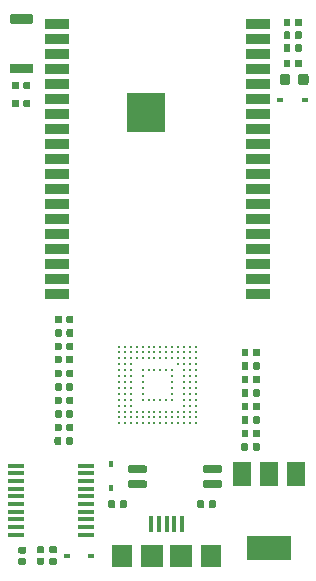
<source format=gbr>
G04 #@! TF.GenerationSoftware,KiCad,Pcbnew,(5.1.5-0)*
G04 #@! TF.CreationDate,2022-04-04T15:40:44-07:00*
G04 #@! TF.ProjectId,wvr_v.1.0,7776725f-762e-4312-9e30-2e6b69636164,rev?*
G04 #@! TF.SameCoordinates,Original*
G04 #@! TF.FileFunction,Paste,Top*
G04 #@! TF.FilePolarity,Positive*
%FSLAX46Y46*%
G04 Gerber Fmt 4.6, Leading zero omitted, Abs format (unit mm)*
G04 Created by KiCad (PCBNEW (5.1.5-0)) date 2022-04-04 15:40:44*
%MOMM*%
%LPD*%
G04 APERTURE LIST*
%ADD10C,0.010000*%
%ADD11R,0.450000X0.600000*%
%ADD12R,1.450000X0.450000*%
%ADD13C,0.100000*%
%ADD14C,0.250000*%
%ADD15R,0.400000X1.350000*%
%ADD16R,1.800000X1.900000*%
%ADD17R,1.900000X1.900000*%
%ADD18R,2.000000X0.900000*%
%ADD19R,1.500000X2.000000*%
%ADD20R,3.800000X2.000000*%
%ADD21R,0.600000X0.450000*%
G04 APERTURE END LIST*
D10*
G36*
X140920000Y-24560000D02*
G01*
X144080000Y-24560000D01*
X144080000Y-27720000D01*
X140920000Y-27720000D01*
X140920000Y-24560000D01*
G37*
X140920000Y-24560000D02*
X144080000Y-24560000D01*
X144080000Y-27720000D01*
X140920000Y-27720000D01*
X140920000Y-24560000D01*
D11*
X139573000Y-57990740D03*
X139573000Y-55890740D03*
D12*
X137420000Y-56065000D03*
X137420000Y-56715000D03*
X137420000Y-57365000D03*
X137420000Y-58015000D03*
X137420000Y-58665000D03*
X137420000Y-59315000D03*
X137420000Y-59965000D03*
X137420000Y-60615000D03*
X137420000Y-61265000D03*
X137420000Y-61915000D03*
X131520000Y-61915000D03*
X131520000Y-61265000D03*
X131520000Y-60615000D03*
X131520000Y-59965000D03*
X131520000Y-59315000D03*
X131520000Y-58665000D03*
X131520000Y-58015000D03*
X131520000Y-57365000D03*
X131520000Y-56715000D03*
X131520000Y-56065000D03*
D13*
G36*
X132799603Y-22040963D02*
G01*
X132819018Y-22043843D01*
X132838057Y-22048612D01*
X132856537Y-22055224D01*
X132874279Y-22063616D01*
X132891114Y-22073706D01*
X132906879Y-22085398D01*
X132921421Y-22098579D01*
X132934602Y-22113121D01*
X132946294Y-22128886D01*
X132956384Y-22145721D01*
X132964776Y-22163463D01*
X132971388Y-22181943D01*
X132976157Y-22200982D01*
X132979037Y-22220397D01*
X132980000Y-22240000D01*
X132980000Y-22640000D01*
X132979037Y-22659603D01*
X132976157Y-22679018D01*
X132971388Y-22698057D01*
X132964776Y-22716537D01*
X132956384Y-22734279D01*
X132946294Y-22751114D01*
X132934602Y-22766879D01*
X132921421Y-22781421D01*
X132906879Y-22794602D01*
X132891114Y-22806294D01*
X132874279Y-22816384D01*
X132856537Y-22824776D01*
X132838057Y-22831388D01*
X132819018Y-22836157D01*
X132799603Y-22839037D01*
X132780000Y-22840000D01*
X131180000Y-22840000D01*
X131160397Y-22839037D01*
X131140982Y-22836157D01*
X131121943Y-22831388D01*
X131103463Y-22824776D01*
X131085721Y-22816384D01*
X131068886Y-22806294D01*
X131053121Y-22794602D01*
X131038579Y-22781421D01*
X131025398Y-22766879D01*
X131013706Y-22751114D01*
X131003616Y-22734279D01*
X130995224Y-22716537D01*
X130988612Y-22698057D01*
X130983843Y-22679018D01*
X130980963Y-22659603D01*
X130980000Y-22640000D01*
X130980000Y-22240000D01*
X130980963Y-22220397D01*
X130983843Y-22200982D01*
X130988612Y-22181943D01*
X130995224Y-22163463D01*
X131003616Y-22145721D01*
X131013706Y-22128886D01*
X131025398Y-22113121D01*
X131038579Y-22098579D01*
X131053121Y-22085398D01*
X131068886Y-22073706D01*
X131085721Y-22063616D01*
X131103463Y-22055224D01*
X131121943Y-22048612D01*
X131140982Y-22043843D01*
X131160397Y-22040963D01*
X131180000Y-22040000D01*
X132780000Y-22040000D01*
X132799603Y-22040963D01*
G37*
G36*
X132799603Y-17840963D02*
G01*
X132819018Y-17843843D01*
X132838057Y-17848612D01*
X132856537Y-17855224D01*
X132874279Y-17863616D01*
X132891114Y-17873706D01*
X132906879Y-17885398D01*
X132921421Y-17898579D01*
X132934602Y-17913121D01*
X132946294Y-17928886D01*
X132956384Y-17945721D01*
X132964776Y-17963463D01*
X132971388Y-17981943D01*
X132976157Y-18000982D01*
X132979037Y-18020397D01*
X132980000Y-18040000D01*
X132980000Y-18440000D01*
X132979037Y-18459603D01*
X132976157Y-18479018D01*
X132971388Y-18498057D01*
X132964776Y-18516537D01*
X132956384Y-18534279D01*
X132946294Y-18551114D01*
X132934602Y-18566879D01*
X132921421Y-18581421D01*
X132906879Y-18594602D01*
X132891114Y-18606294D01*
X132874279Y-18616384D01*
X132856537Y-18624776D01*
X132838057Y-18631388D01*
X132819018Y-18636157D01*
X132799603Y-18639037D01*
X132780000Y-18640000D01*
X131180000Y-18640000D01*
X131160397Y-18639037D01*
X131140982Y-18636157D01*
X131121943Y-18631388D01*
X131103463Y-18624776D01*
X131085721Y-18616384D01*
X131068886Y-18606294D01*
X131053121Y-18594602D01*
X131038579Y-18581421D01*
X131025398Y-18566879D01*
X131013706Y-18551114D01*
X131003616Y-18534279D01*
X130995224Y-18516537D01*
X130988612Y-18498057D01*
X130983843Y-18479018D01*
X130980963Y-18459603D01*
X130980000Y-18440000D01*
X130980000Y-18040000D01*
X130980963Y-18020397D01*
X130983843Y-18000982D01*
X130988612Y-17981943D01*
X130995224Y-17963463D01*
X131003616Y-17945721D01*
X131013706Y-17928886D01*
X131025398Y-17913121D01*
X131038579Y-17898579D01*
X131053121Y-17885398D01*
X131068886Y-17873706D01*
X131085721Y-17863616D01*
X131103463Y-17855224D01*
X131121943Y-17848612D01*
X131140982Y-17843843D01*
X131160397Y-17840963D01*
X131180000Y-17840000D01*
X132780000Y-17840000D01*
X132799603Y-17840963D01*
G37*
D14*
X140730000Y-46990000D03*
X146730000Y-52490000D03*
X146230000Y-52490000D03*
X146730000Y-51990000D03*
X146230000Y-51990000D03*
X144230000Y-52490000D03*
X143730000Y-52490000D03*
X143230000Y-52490000D03*
X140230000Y-51990000D03*
X140230000Y-52490000D03*
X140730000Y-52490000D03*
X140730000Y-51990000D03*
X145230000Y-47490000D03*
X141230000Y-52490000D03*
X141230000Y-51990000D03*
X140730000Y-51490000D03*
X140230000Y-51490000D03*
X140730000Y-48490000D03*
X140230000Y-46490000D03*
X140230000Y-45990000D03*
X140730000Y-45990000D03*
X142730000Y-46990000D03*
X143230000Y-46990000D03*
X145730000Y-47990000D03*
X145730000Y-46990000D03*
X146730000Y-46490000D03*
X142230000Y-45990000D03*
X141230000Y-45990000D03*
X141730000Y-45990000D03*
X143730000Y-45990000D03*
X143230000Y-45990000D03*
X142730000Y-45990000D03*
X144730000Y-45990000D03*
X144230000Y-45990000D03*
X145230000Y-45990000D03*
X146230000Y-45990000D03*
X146730000Y-45990000D03*
X145730000Y-45990000D03*
X145230000Y-46990000D03*
X144730000Y-46990000D03*
X144230000Y-46990000D03*
X142230000Y-46990000D03*
X141230000Y-46990000D03*
X141730000Y-46990000D03*
X141230000Y-46490000D03*
X142230000Y-46490000D03*
X141730000Y-46490000D03*
X143730000Y-46490000D03*
X142730000Y-46490000D03*
X143230000Y-46490000D03*
X145230000Y-46490000D03*
X144230000Y-46490000D03*
X144730000Y-46490000D03*
X140230000Y-50990000D03*
X141230000Y-50990000D03*
X140730000Y-50990000D03*
X140730000Y-50490000D03*
X140230000Y-50490000D03*
X141230000Y-50490000D03*
X140230000Y-49990000D03*
X140730000Y-49990000D03*
X141230000Y-49990000D03*
X140230000Y-49490000D03*
X141230000Y-49490000D03*
X140730000Y-49490000D03*
X140230000Y-48990000D03*
X140730000Y-48990000D03*
X141230000Y-48990000D03*
X142730000Y-52490000D03*
X141730000Y-52490000D03*
X142230000Y-52490000D03*
X142730000Y-51990000D03*
X141730000Y-51990000D03*
X142230000Y-51990000D03*
X143230000Y-51990000D03*
X144230000Y-51990000D03*
X143730000Y-51990000D03*
X141730000Y-51490000D03*
X142230000Y-51490000D03*
X141230000Y-51490000D03*
X143730000Y-51490000D03*
X142730000Y-51490000D03*
X143230000Y-51490000D03*
X145230000Y-51490000D03*
X144230000Y-51490000D03*
X144730000Y-51490000D03*
X144730000Y-51990000D03*
X145730000Y-51990000D03*
X145230000Y-51990000D03*
X144730000Y-52490000D03*
X145730000Y-52490000D03*
X145230000Y-52490000D03*
X145730000Y-51490000D03*
X146730000Y-51490000D03*
X146230000Y-51490000D03*
X146730000Y-50990000D03*
X146230000Y-50990000D03*
X145730000Y-50990000D03*
X146230000Y-50490000D03*
X145730000Y-50490000D03*
X146730000Y-50490000D03*
X145730000Y-49990000D03*
X146730000Y-49990000D03*
X146230000Y-49990000D03*
X145730000Y-49490000D03*
X145730000Y-48990000D03*
X146230000Y-49490000D03*
X146730000Y-49490000D03*
X146230000Y-48990000D03*
X142230000Y-50490000D03*
X142730000Y-50490000D03*
X143230000Y-50490000D03*
X143730000Y-50490000D03*
X144230000Y-50490000D03*
X144730000Y-50490000D03*
X142230000Y-49990000D03*
X144730000Y-49990000D03*
X142230000Y-49490000D03*
X144730000Y-49490000D03*
X142230000Y-48990000D03*
X144730000Y-48990000D03*
X146730000Y-48990000D03*
X140230000Y-48490000D03*
X141230000Y-48490000D03*
X142230000Y-48490000D03*
X144730000Y-48490000D03*
X145730000Y-48490000D03*
X146230000Y-48490000D03*
X146730000Y-48490000D03*
X140230000Y-47990000D03*
X140730000Y-47990000D03*
X141230000Y-47990000D03*
X142230000Y-47990000D03*
X142730000Y-47990000D03*
X143230000Y-47990000D03*
X143730000Y-47990000D03*
X144230000Y-47990000D03*
X144730000Y-47990000D03*
X146230000Y-47990000D03*
X146730000Y-47990000D03*
X140230000Y-47490000D03*
X140730000Y-47490000D03*
X141230000Y-47490000D03*
X145730000Y-47490000D03*
X146230000Y-47490000D03*
X146730000Y-47490000D03*
X140230000Y-46990000D03*
X143730000Y-46990000D03*
X146230000Y-46990000D03*
X146730000Y-46990000D03*
X140730000Y-46490000D03*
X145730000Y-46490000D03*
X146230000Y-46490000D03*
D15*
X144260000Y-61040000D03*
X143610000Y-61040000D03*
X144910000Y-61040000D03*
X142960000Y-61040000D03*
X145560000Y-61040000D03*
D16*
X140460000Y-63715000D03*
X148060000Y-63715000D03*
D17*
X143060000Y-63715000D03*
X145460000Y-63715000D03*
D18*
X152000000Y-18640000D03*
X152000000Y-19910000D03*
X152000000Y-21180000D03*
X152000000Y-22450000D03*
X152000000Y-23720000D03*
X152000000Y-24990000D03*
X152000000Y-26260000D03*
X152000000Y-27530000D03*
X152000000Y-28800000D03*
X152000000Y-30070000D03*
X152000000Y-31340000D03*
X152000000Y-32610000D03*
X152000000Y-33880000D03*
X152000000Y-35150000D03*
X152000000Y-36420000D03*
X152000000Y-37690000D03*
X152000000Y-38960000D03*
X152000000Y-40230000D03*
X152000000Y-41500000D03*
X135000000Y-41500000D03*
X135000000Y-40230000D03*
X135000000Y-38960000D03*
X135000000Y-37690000D03*
X135000000Y-36420000D03*
X135000000Y-35150000D03*
X135000000Y-33880000D03*
X135000000Y-32610000D03*
X135000000Y-31340000D03*
X135000000Y-30070000D03*
X135000000Y-28800000D03*
X135000000Y-27530000D03*
X135000000Y-26260000D03*
X135000000Y-24990000D03*
X135000000Y-23720000D03*
X135000000Y-22450000D03*
X135000000Y-21180000D03*
X135000000Y-19910000D03*
X135000000Y-18640000D03*
D13*
G36*
X140750818Y-59007490D02*
G01*
X140765136Y-59009614D01*
X140779177Y-59013131D01*
X140792806Y-59018008D01*
X140805891Y-59024197D01*
X140818307Y-59031638D01*
X140829933Y-59040261D01*
X140840658Y-59049982D01*
X140850379Y-59060707D01*
X140859002Y-59072333D01*
X140866443Y-59084749D01*
X140872632Y-59097834D01*
X140877509Y-59111463D01*
X140881026Y-59125504D01*
X140883150Y-59139822D01*
X140883860Y-59154280D01*
X140883860Y-59499280D01*
X140883150Y-59513738D01*
X140881026Y-59528056D01*
X140877509Y-59542097D01*
X140872632Y-59555726D01*
X140866443Y-59568811D01*
X140859002Y-59581227D01*
X140850379Y-59592853D01*
X140840658Y-59603578D01*
X140829933Y-59613299D01*
X140818307Y-59621922D01*
X140805891Y-59629363D01*
X140792806Y-59635552D01*
X140779177Y-59640429D01*
X140765136Y-59643946D01*
X140750818Y-59646070D01*
X140736360Y-59646780D01*
X140441360Y-59646780D01*
X140426902Y-59646070D01*
X140412584Y-59643946D01*
X140398543Y-59640429D01*
X140384914Y-59635552D01*
X140371829Y-59629363D01*
X140359413Y-59621922D01*
X140347787Y-59613299D01*
X140337062Y-59603578D01*
X140327341Y-59592853D01*
X140318718Y-59581227D01*
X140311277Y-59568811D01*
X140305088Y-59555726D01*
X140300211Y-59542097D01*
X140296694Y-59528056D01*
X140294570Y-59513738D01*
X140293860Y-59499280D01*
X140293860Y-59154280D01*
X140294570Y-59139822D01*
X140296694Y-59125504D01*
X140300211Y-59111463D01*
X140305088Y-59097834D01*
X140311277Y-59084749D01*
X140318718Y-59072333D01*
X140327341Y-59060707D01*
X140337062Y-59049982D01*
X140347787Y-59040261D01*
X140359413Y-59031638D01*
X140371829Y-59024197D01*
X140384914Y-59018008D01*
X140398543Y-59013131D01*
X140412584Y-59009614D01*
X140426902Y-59007490D01*
X140441360Y-59006780D01*
X140736360Y-59006780D01*
X140750818Y-59007490D01*
G37*
G36*
X139780818Y-59007490D02*
G01*
X139795136Y-59009614D01*
X139809177Y-59013131D01*
X139822806Y-59018008D01*
X139835891Y-59024197D01*
X139848307Y-59031638D01*
X139859933Y-59040261D01*
X139870658Y-59049982D01*
X139880379Y-59060707D01*
X139889002Y-59072333D01*
X139896443Y-59084749D01*
X139902632Y-59097834D01*
X139907509Y-59111463D01*
X139911026Y-59125504D01*
X139913150Y-59139822D01*
X139913860Y-59154280D01*
X139913860Y-59499280D01*
X139913150Y-59513738D01*
X139911026Y-59528056D01*
X139907509Y-59542097D01*
X139902632Y-59555726D01*
X139896443Y-59568811D01*
X139889002Y-59581227D01*
X139880379Y-59592853D01*
X139870658Y-59603578D01*
X139859933Y-59613299D01*
X139848307Y-59621922D01*
X139835891Y-59629363D01*
X139822806Y-59635552D01*
X139809177Y-59640429D01*
X139795136Y-59643946D01*
X139780818Y-59646070D01*
X139766360Y-59646780D01*
X139471360Y-59646780D01*
X139456902Y-59646070D01*
X139442584Y-59643946D01*
X139428543Y-59640429D01*
X139414914Y-59635552D01*
X139401829Y-59629363D01*
X139389413Y-59621922D01*
X139377787Y-59613299D01*
X139367062Y-59603578D01*
X139357341Y-59592853D01*
X139348718Y-59581227D01*
X139341277Y-59568811D01*
X139335088Y-59555726D01*
X139330211Y-59542097D01*
X139326694Y-59528056D01*
X139324570Y-59513738D01*
X139323860Y-59499280D01*
X139323860Y-59154280D01*
X139324570Y-59139822D01*
X139326694Y-59125504D01*
X139330211Y-59111463D01*
X139335088Y-59097834D01*
X139341277Y-59084749D01*
X139348718Y-59072333D01*
X139357341Y-59060707D01*
X139367062Y-59049982D01*
X139377787Y-59040261D01*
X139389413Y-59031638D01*
X139401829Y-59024197D01*
X139414914Y-59018008D01*
X139428543Y-59013131D01*
X139442584Y-59009614D01*
X139456902Y-59007490D01*
X139471360Y-59006780D01*
X139766360Y-59006780D01*
X139780818Y-59007490D01*
G37*
G36*
X148281918Y-59010030D02*
G01*
X148296236Y-59012154D01*
X148310277Y-59015671D01*
X148323906Y-59020548D01*
X148336991Y-59026737D01*
X148349407Y-59034178D01*
X148361033Y-59042801D01*
X148371758Y-59052522D01*
X148381479Y-59063247D01*
X148390102Y-59074873D01*
X148397543Y-59087289D01*
X148403732Y-59100374D01*
X148408609Y-59114003D01*
X148412126Y-59128044D01*
X148414250Y-59142362D01*
X148414960Y-59156820D01*
X148414960Y-59501820D01*
X148414250Y-59516278D01*
X148412126Y-59530596D01*
X148408609Y-59544637D01*
X148403732Y-59558266D01*
X148397543Y-59571351D01*
X148390102Y-59583767D01*
X148381479Y-59595393D01*
X148371758Y-59606118D01*
X148361033Y-59615839D01*
X148349407Y-59624462D01*
X148336991Y-59631903D01*
X148323906Y-59638092D01*
X148310277Y-59642969D01*
X148296236Y-59646486D01*
X148281918Y-59648610D01*
X148267460Y-59649320D01*
X147972460Y-59649320D01*
X147958002Y-59648610D01*
X147943684Y-59646486D01*
X147929643Y-59642969D01*
X147916014Y-59638092D01*
X147902929Y-59631903D01*
X147890513Y-59624462D01*
X147878887Y-59615839D01*
X147868162Y-59606118D01*
X147858441Y-59595393D01*
X147849818Y-59583767D01*
X147842377Y-59571351D01*
X147836188Y-59558266D01*
X147831311Y-59544637D01*
X147827794Y-59530596D01*
X147825670Y-59516278D01*
X147824960Y-59501820D01*
X147824960Y-59156820D01*
X147825670Y-59142362D01*
X147827794Y-59128044D01*
X147831311Y-59114003D01*
X147836188Y-59100374D01*
X147842377Y-59087289D01*
X147849818Y-59074873D01*
X147858441Y-59063247D01*
X147868162Y-59052522D01*
X147878887Y-59042801D01*
X147890513Y-59034178D01*
X147902929Y-59026737D01*
X147916014Y-59020548D01*
X147929643Y-59015671D01*
X147943684Y-59012154D01*
X147958002Y-59010030D01*
X147972460Y-59009320D01*
X148267460Y-59009320D01*
X148281918Y-59010030D01*
G37*
G36*
X147311918Y-59010030D02*
G01*
X147326236Y-59012154D01*
X147340277Y-59015671D01*
X147353906Y-59020548D01*
X147366991Y-59026737D01*
X147379407Y-59034178D01*
X147391033Y-59042801D01*
X147401758Y-59052522D01*
X147411479Y-59063247D01*
X147420102Y-59074873D01*
X147427543Y-59087289D01*
X147433732Y-59100374D01*
X147438609Y-59114003D01*
X147442126Y-59128044D01*
X147444250Y-59142362D01*
X147444960Y-59156820D01*
X147444960Y-59501820D01*
X147444250Y-59516278D01*
X147442126Y-59530596D01*
X147438609Y-59544637D01*
X147433732Y-59558266D01*
X147427543Y-59571351D01*
X147420102Y-59583767D01*
X147411479Y-59595393D01*
X147401758Y-59606118D01*
X147391033Y-59615839D01*
X147379407Y-59624462D01*
X147366991Y-59631903D01*
X147353906Y-59638092D01*
X147340277Y-59642969D01*
X147326236Y-59646486D01*
X147311918Y-59648610D01*
X147297460Y-59649320D01*
X147002460Y-59649320D01*
X146988002Y-59648610D01*
X146973684Y-59646486D01*
X146959643Y-59642969D01*
X146946014Y-59638092D01*
X146932929Y-59631903D01*
X146920513Y-59624462D01*
X146908887Y-59615839D01*
X146898162Y-59606118D01*
X146888441Y-59595393D01*
X146879818Y-59583767D01*
X146872377Y-59571351D01*
X146866188Y-59558266D01*
X146861311Y-59544637D01*
X146857794Y-59530596D01*
X146855670Y-59516278D01*
X146854960Y-59501820D01*
X146854960Y-59156820D01*
X146855670Y-59142362D01*
X146857794Y-59128044D01*
X146861311Y-59114003D01*
X146866188Y-59100374D01*
X146872377Y-59087289D01*
X146879818Y-59074873D01*
X146888441Y-59063247D01*
X146898162Y-59052522D01*
X146908887Y-59042801D01*
X146920513Y-59034178D01*
X146932929Y-59026737D01*
X146946014Y-59020548D01*
X146959643Y-59015671D01*
X146973684Y-59012154D01*
X146988002Y-59010030D01*
X147002460Y-59009320D01*
X147297460Y-59009320D01*
X147311918Y-59010030D01*
G37*
G36*
X133765558Y-63868510D02*
G01*
X133779876Y-63870634D01*
X133793917Y-63874151D01*
X133807546Y-63879028D01*
X133820631Y-63885217D01*
X133833047Y-63892658D01*
X133844673Y-63901281D01*
X133855398Y-63911002D01*
X133865119Y-63921727D01*
X133873742Y-63933353D01*
X133881183Y-63945769D01*
X133887372Y-63958854D01*
X133892249Y-63972483D01*
X133895766Y-63986524D01*
X133897890Y-64000842D01*
X133898600Y-64015300D01*
X133898600Y-64310300D01*
X133897890Y-64324758D01*
X133895766Y-64339076D01*
X133892249Y-64353117D01*
X133887372Y-64366746D01*
X133881183Y-64379831D01*
X133873742Y-64392247D01*
X133865119Y-64403873D01*
X133855398Y-64414598D01*
X133844673Y-64424319D01*
X133833047Y-64432942D01*
X133820631Y-64440383D01*
X133807546Y-64446572D01*
X133793917Y-64451449D01*
X133779876Y-64454966D01*
X133765558Y-64457090D01*
X133751100Y-64457800D01*
X133406100Y-64457800D01*
X133391642Y-64457090D01*
X133377324Y-64454966D01*
X133363283Y-64451449D01*
X133349654Y-64446572D01*
X133336569Y-64440383D01*
X133324153Y-64432942D01*
X133312527Y-64424319D01*
X133301802Y-64414598D01*
X133292081Y-64403873D01*
X133283458Y-64392247D01*
X133276017Y-64379831D01*
X133269828Y-64366746D01*
X133264951Y-64353117D01*
X133261434Y-64339076D01*
X133259310Y-64324758D01*
X133258600Y-64310300D01*
X133258600Y-64015300D01*
X133259310Y-64000842D01*
X133261434Y-63986524D01*
X133264951Y-63972483D01*
X133269828Y-63958854D01*
X133276017Y-63945769D01*
X133283458Y-63933353D01*
X133292081Y-63921727D01*
X133301802Y-63911002D01*
X133312527Y-63901281D01*
X133324153Y-63892658D01*
X133336569Y-63885217D01*
X133349654Y-63879028D01*
X133363283Y-63874151D01*
X133377324Y-63870634D01*
X133391642Y-63868510D01*
X133406100Y-63867800D01*
X133751100Y-63867800D01*
X133765558Y-63868510D01*
G37*
G36*
X133765558Y-62898510D02*
G01*
X133779876Y-62900634D01*
X133793917Y-62904151D01*
X133807546Y-62909028D01*
X133820631Y-62915217D01*
X133833047Y-62922658D01*
X133844673Y-62931281D01*
X133855398Y-62941002D01*
X133865119Y-62951727D01*
X133873742Y-62963353D01*
X133881183Y-62975769D01*
X133887372Y-62988854D01*
X133892249Y-63002483D01*
X133895766Y-63016524D01*
X133897890Y-63030842D01*
X133898600Y-63045300D01*
X133898600Y-63340300D01*
X133897890Y-63354758D01*
X133895766Y-63369076D01*
X133892249Y-63383117D01*
X133887372Y-63396746D01*
X133881183Y-63409831D01*
X133873742Y-63422247D01*
X133865119Y-63433873D01*
X133855398Y-63444598D01*
X133844673Y-63454319D01*
X133833047Y-63462942D01*
X133820631Y-63470383D01*
X133807546Y-63476572D01*
X133793917Y-63481449D01*
X133779876Y-63484966D01*
X133765558Y-63487090D01*
X133751100Y-63487800D01*
X133406100Y-63487800D01*
X133391642Y-63487090D01*
X133377324Y-63484966D01*
X133363283Y-63481449D01*
X133349654Y-63476572D01*
X133336569Y-63470383D01*
X133324153Y-63462942D01*
X133312527Y-63454319D01*
X133301802Y-63444598D01*
X133292081Y-63433873D01*
X133283458Y-63422247D01*
X133276017Y-63409831D01*
X133269828Y-63396746D01*
X133264951Y-63383117D01*
X133261434Y-63369076D01*
X133259310Y-63354758D01*
X133258600Y-63340300D01*
X133258600Y-63045300D01*
X133259310Y-63030842D01*
X133261434Y-63016524D01*
X133264951Y-63002483D01*
X133269828Y-62988854D01*
X133276017Y-62975769D01*
X133283458Y-62963353D01*
X133292081Y-62951727D01*
X133301802Y-62941002D01*
X133312527Y-62931281D01*
X133324153Y-62922658D01*
X133336569Y-62915217D01*
X133349654Y-62909028D01*
X133363283Y-62904151D01*
X133377324Y-62900634D01*
X133391642Y-62898510D01*
X133406100Y-62897800D01*
X133751100Y-62897800D01*
X133765558Y-62898510D01*
G37*
G36*
X156080691Y-22894053D02*
G01*
X156101926Y-22897203D01*
X156122750Y-22902419D01*
X156142962Y-22909651D01*
X156162368Y-22918830D01*
X156180781Y-22929866D01*
X156198024Y-22942654D01*
X156213930Y-22957070D01*
X156228346Y-22972976D01*
X156241134Y-22990219D01*
X156252170Y-23008632D01*
X156261349Y-23028038D01*
X156268581Y-23048250D01*
X156273797Y-23069074D01*
X156276947Y-23090309D01*
X156278000Y-23111750D01*
X156278000Y-23624250D01*
X156276947Y-23645691D01*
X156273797Y-23666926D01*
X156268581Y-23687750D01*
X156261349Y-23707962D01*
X156252170Y-23727368D01*
X156241134Y-23745781D01*
X156228346Y-23763024D01*
X156213930Y-23778930D01*
X156198024Y-23793346D01*
X156180781Y-23806134D01*
X156162368Y-23817170D01*
X156142962Y-23826349D01*
X156122750Y-23833581D01*
X156101926Y-23838797D01*
X156080691Y-23841947D01*
X156059250Y-23843000D01*
X155621750Y-23843000D01*
X155600309Y-23841947D01*
X155579074Y-23838797D01*
X155558250Y-23833581D01*
X155538038Y-23826349D01*
X155518632Y-23817170D01*
X155500219Y-23806134D01*
X155482976Y-23793346D01*
X155467070Y-23778930D01*
X155452654Y-23763024D01*
X155439866Y-23745781D01*
X155428830Y-23727368D01*
X155419651Y-23707962D01*
X155412419Y-23687750D01*
X155407203Y-23666926D01*
X155404053Y-23645691D01*
X155403000Y-23624250D01*
X155403000Y-23111750D01*
X155404053Y-23090309D01*
X155407203Y-23069074D01*
X155412419Y-23048250D01*
X155419651Y-23028038D01*
X155428830Y-23008632D01*
X155439866Y-22990219D01*
X155452654Y-22972976D01*
X155467070Y-22957070D01*
X155482976Y-22942654D01*
X155500219Y-22929866D01*
X155518632Y-22918830D01*
X155538038Y-22909651D01*
X155558250Y-22902419D01*
X155579074Y-22897203D01*
X155600309Y-22894053D01*
X155621750Y-22893000D01*
X156059250Y-22893000D01*
X156080691Y-22894053D01*
G37*
G36*
X154505691Y-22894053D02*
G01*
X154526926Y-22897203D01*
X154547750Y-22902419D01*
X154567962Y-22909651D01*
X154587368Y-22918830D01*
X154605781Y-22929866D01*
X154623024Y-22942654D01*
X154638930Y-22957070D01*
X154653346Y-22972976D01*
X154666134Y-22990219D01*
X154677170Y-23008632D01*
X154686349Y-23028038D01*
X154693581Y-23048250D01*
X154698797Y-23069074D01*
X154701947Y-23090309D01*
X154703000Y-23111750D01*
X154703000Y-23624250D01*
X154701947Y-23645691D01*
X154698797Y-23666926D01*
X154693581Y-23687750D01*
X154686349Y-23707962D01*
X154677170Y-23727368D01*
X154666134Y-23745781D01*
X154653346Y-23763024D01*
X154638930Y-23778930D01*
X154623024Y-23793346D01*
X154605781Y-23806134D01*
X154587368Y-23817170D01*
X154567962Y-23826349D01*
X154547750Y-23833581D01*
X154526926Y-23838797D01*
X154505691Y-23841947D01*
X154484250Y-23843000D01*
X154046750Y-23843000D01*
X154025309Y-23841947D01*
X154004074Y-23838797D01*
X153983250Y-23833581D01*
X153963038Y-23826349D01*
X153943632Y-23817170D01*
X153925219Y-23806134D01*
X153907976Y-23793346D01*
X153892070Y-23778930D01*
X153877654Y-23763024D01*
X153864866Y-23745781D01*
X153853830Y-23727368D01*
X153844651Y-23707962D01*
X153837419Y-23687750D01*
X153832203Y-23666926D01*
X153829053Y-23645691D01*
X153828000Y-23624250D01*
X153828000Y-23111750D01*
X153829053Y-23090309D01*
X153832203Y-23069074D01*
X153837419Y-23048250D01*
X153844651Y-23028038D01*
X153853830Y-23008632D01*
X153864866Y-22990219D01*
X153877654Y-22972976D01*
X153892070Y-22957070D01*
X153907976Y-22942654D01*
X153925219Y-22929866D01*
X153943632Y-22918830D01*
X153963038Y-22909651D01*
X153983250Y-22902419D01*
X154004074Y-22897203D01*
X154025309Y-22894053D01*
X154046750Y-22893000D01*
X154484250Y-22893000D01*
X154505691Y-22894053D01*
G37*
D19*
X155250000Y-56770000D03*
X150650000Y-56770000D03*
X152950000Y-56770000D03*
D20*
X152950000Y-63070000D03*
D13*
G36*
X154616958Y-21715210D02*
G01*
X154631276Y-21717334D01*
X154645317Y-21720851D01*
X154658946Y-21725728D01*
X154672031Y-21731917D01*
X154684447Y-21739358D01*
X154696073Y-21747981D01*
X154706798Y-21757702D01*
X154716519Y-21768427D01*
X154725142Y-21780053D01*
X154732583Y-21792469D01*
X154738772Y-21805554D01*
X154743649Y-21819183D01*
X154747166Y-21833224D01*
X154749290Y-21847542D01*
X154750000Y-21862000D01*
X154750000Y-22207000D01*
X154749290Y-22221458D01*
X154747166Y-22235776D01*
X154743649Y-22249817D01*
X154738772Y-22263446D01*
X154732583Y-22276531D01*
X154725142Y-22288947D01*
X154716519Y-22300573D01*
X154706798Y-22311298D01*
X154696073Y-22321019D01*
X154684447Y-22329642D01*
X154672031Y-22337083D01*
X154658946Y-22343272D01*
X154645317Y-22348149D01*
X154631276Y-22351666D01*
X154616958Y-22353790D01*
X154602500Y-22354500D01*
X154307500Y-22354500D01*
X154293042Y-22353790D01*
X154278724Y-22351666D01*
X154264683Y-22348149D01*
X154251054Y-22343272D01*
X154237969Y-22337083D01*
X154225553Y-22329642D01*
X154213927Y-22321019D01*
X154203202Y-22311298D01*
X154193481Y-22300573D01*
X154184858Y-22288947D01*
X154177417Y-22276531D01*
X154171228Y-22263446D01*
X154166351Y-22249817D01*
X154162834Y-22235776D01*
X154160710Y-22221458D01*
X154160000Y-22207000D01*
X154160000Y-21862000D01*
X154160710Y-21847542D01*
X154162834Y-21833224D01*
X154166351Y-21819183D01*
X154171228Y-21805554D01*
X154177417Y-21792469D01*
X154184858Y-21780053D01*
X154193481Y-21768427D01*
X154203202Y-21757702D01*
X154213927Y-21747981D01*
X154225553Y-21739358D01*
X154237969Y-21731917D01*
X154251054Y-21725728D01*
X154264683Y-21720851D01*
X154278724Y-21717334D01*
X154293042Y-21715210D01*
X154307500Y-21714500D01*
X154602500Y-21714500D01*
X154616958Y-21715210D01*
G37*
G36*
X155586958Y-21715210D02*
G01*
X155601276Y-21717334D01*
X155615317Y-21720851D01*
X155628946Y-21725728D01*
X155642031Y-21731917D01*
X155654447Y-21739358D01*
X155666073Y-21747981D01*
X155676798Y-21757702D01*
X155686519Y-21768427D01*
X155695142Y-21780053D01*
X155702583Y-21792469D01*
X155708772Y-21805554D01*
X155713649Y-21819183D01*
X155717166Y-21833224D01*
X155719290Y-21847542D01*
X155720000Y-21862000D01*
X155720000Y-22207000D01*
X155719290Y-22221458D01*
X155717166Y-22235776D01*
X155713649Y-22249817D01*
X155708772Y-22263446D01*
X155702583Y-22276531D01*
X155695142Y-22288947D01*
X155686519Y-22300573D01*
X155676798Y-22311298D01*
X155666073Y-22321019D01*
X155654447Y-22329642D01*
X155642031Y-22337083D01*
X155628946Y-22343272D01*
X155615317Y-22348149D01*
X155601276Y-22351666D01*
X155586958Y-22353790D01*
X155572500Y-22354500D01*
X155277500Y-22354500D01*
X155263042Y-22353790D01*
X155248724Y-22351666D01*
X155234683Y-22348149D01*
X155221054Y-22343272D01*
X155207969Y-22337083D01*
X155195553Y-22329642D01*
X155183927Y-22321019D01*
X155173202Y-22311298D01*
X155163481Y-22300573D01*
X155154858Y-22288947D01*
X155147417Y-22276531D01*
X155141228Y-22263446D01*
X155136351Y-22249817D01*
X155132834Y-22235776D01*
X155130710Y-22221458D01*
X155130000Y-22207000D01*
X155130000Y-21862000D01*
X155130710Y-21847542D01*
X155132834Y-21833224D01*
X155136351Y-21819183D01*
X155141228Y-21805554D01*
X155147417Y-21792469D01*
X155154858Y-21780053D01*
X155163481Y-21768427D01*
X155173202Y-21757702D01*
X155183927Y-21747981D01*
X155195553Y-21739358D01*
X155207969Y-21731917D01*
X155221054Y-21725728D01*
X155234683Y-21720851D01*
X155248724Y-21717334D01*
X155263042Y-21715210D01*
X155277500Y-21714500D01*
X155572500Y-21714500D01*
X155586958Y-21715210D01*
G37*
D21*
X135792500Y-63690500D03*
X137892500Y-63690500D03*
X153890000Y-25146000D03*
X155990000Y-25146000D03*
D13*
G36*
X131626958Y-23560710D02*
G01*
X131641276Y-23562834D01*
X131655317Y-23566351D01*
X131668946Y-23571228D01*
X131682031Y-23577417D01*
X131694447Y-23584858D01*
X131706073Y-23593481D01*
X131716798Y-23603202D01*
X131726519Y-23613927D01*
X131735142Y-23625553D01*
X131742583Y-23637969D01*
X131748772Y-23651054D01*
X131753649Y-23664683D01*
X131757166Y-23678724D01*
X131759290Y-23693042D01*
X131760000Y-23707500D01*
X131760000Y-24052500D01*
X131759290Y-24066958D01*
X131757166Y-24081276D01*
X131753649Y-24095317D01*
X131748772Y-24108946D01*
X131742583Y-24122031D01*
X131735142Y-24134447D01*
X131726519Y-24146073D01*
X131716798Y-24156798D01*
X131706073Y-24166519D01*
X131694447Y-24175142D01*
X131682031Y-24182583D01*
X131668946Y-24188772D01*
X131655317Y-24193649D01*
X131641276Y-24197166D01*
X131626958Y-24199290D01*
X131612500Y-24200000D01*
X131317500Y-24200000D01*
X131303042Y-24199290D01*
X131288724Y-24197166D01*
X131274683Y-24193649D01*
X131261054Y-24188772D01*
X131247969Y-24182583D01*
X131235553Y-24175142D01*
X131223927Y-24166519D01*
X131213202Y-24156798D01*
X131203481Y-24146073D01*
X131194858Y-24134447D01*
X131187417Y-24122031D01*
X131181228Y-24108946D01*
X131176351Y-24095317D01*
X131172834Y-24081276D01*
X131170710Y-24066958D01*
X131170000Y-24052500D01*
X131170000Y-23707500D01*
X131170710Y-23693042D01*
X131172834Y-23678724D01*
X131176351Y-23664683D01*
X131181228Y-23651054D01*
X131187417Y-23637969D01*
X131194858Y-23625553D01*
X131203481Y-23613927D01*
X131213202Y-23603202D01*
X131223927Y-23593481D01*
X131235553Y-23584858D01*
X131247969Y-23577417D01*
X131261054Y-23571228D01*
X131274683Y-23566351D01*
X131288724Y-23562834D01*
X131303042Y-23560710D01*
X131317500Y-23560000D01*
X131612500Y-23560000D01*
X131626958Y-23560710D01*
G37*
G36*
X132596958Y-23560710D02*
G01*
X132611276Y-23562834D01*
X132625317Y-23566351D01*
X132638946Y-23571228D01*
X132652031Y-23577417D01*
X132664447Y-23584858D01*
X132676073Y-23593481D01*
X132686798Y-23603202D01*
X132696519Y-23613927D01*
X132705142Y-23625553D01*
X132712583Y-23637969D01*
X132718772Y-23651054D01*
X132723649Y-23664683D01*
X132727166Y-23678724D01*
X132729290Y-23693042D01*
X132730000Y-23707500D01*
X132730000Y-24052500D01*
X132729290Y-24066958D01*
X132727166Y-24081276D01*
X132723649Y-24095317D01*
X132718772Y-24108946D01*
X132712583Y-24122031D01*
X132705142Y-24134447D01*
X132696519Y-24146073D01*
X132686798Y-24156798D01*
X132676073Y-24166519D01*
X132664447Y-24175142D01*
X132652031Y-24182583D01*
X132638946Y-24188772D01*
X132625317Y-24193649D01*
X132611276Y-24197166D01*
X132596958Y-24199290D01*
X132582500Y-24200000D01*
X132287500Y-24200000D01*
X132273042Y-24199290D01*
X132258724Y-24197166D01*
X132244683Y-24193649D01*
X132231054Y-24188772D01*
X132217969Y-24182583D01*
X132205553Y-24175142D01*
X132193927Y-24166519D01*
X132183202Y-24156798D01*
X132173481Y-24146073D01*
X132164858Y-24134447D01*
X132157417Y-24122031D01*
X132151228Y-24108946D01*
X132146351Y-24095317D01*
X132142834Y-24081276D01*
X132140710Y-24066958D01*
X132140000Y-24052500D01*
X132140000Y-23707500D01*
X132140710Y-23693042D01*
X132142834Y-23678724D01*
X132146351Y-23664683D01*
X132151228Y-23651054D01*
X132157417Y-23637969D01*
X132164858Y-23625553D01*
X132173481Y-23613927D01*
X132183202Y-23603202D01*
X132193927Y-23593481D01*
X132205553Y-23584858D01*
X132217969Y-23577417D01*
X132231054Y-23571228D01*
X132244683Y-23566351D01*
X132258724Y-23562834D01*
X132273042Y-23560710D01*
X132287500Y-23560000D01*
X132582500Y-23560000D01*
X132596958Y-23560710D01*
G37*
G36*
X155586958Y-20381710D02*
G01*
X155601276Y-20383834D01*
X155615317Y-20387351D01*
X155628946Y-20392228D01*
X155642031Y-20398417D01*
X155654447Y-20405858D01*
X155666073Y-20414481D01*
X155676798Y-20424202D01*
X155686519Y-20434927D01*
X155695142Y-20446553D01*
X155702583Y-20458969D01*
X155708772Y-20472054D01*
X155713649Y-20485683D01*
X155717166Y-20499724D01*
X155719290Y-20514042D01*
X155720000Y-20528500D01*
X155720000Y-20873500D01*
X155719290Y-20887958D01*
X155717166Y-20902276D01*
X155713649Y-20916317D01*
X155708772Y-20929946D01*
X155702583Y-20943031D01*
X155695142Y-20955447D01*
X155686519Y-20967073D01*
X155676798Y-20977798D01*
X155666073Y-20987519D01*
X155654447Y-20996142D01*
X155642031Y-21003583D01*
X155628946Y-21009772D01*
X155615317Y-21014649D01*
X155601276Y-21018166D01*
X155586958Y-21020290D01*
X155572500Y-21021000D01*
X155277500Y-21021000D01*
X155263042Y-21020290D01*
X155248724Y-21018166D01*
X155234683Y-21014649D01*
X155221054Y-21009772D01*
X155207969Y-21003583D01*
X155195553Y-20996142D01*
X155183927Y-20987519D01*
X155173202Y-20977798D01*
X155163481Y-20967073D01*
X155154858Y-20955447D01*
X155147417Y-20943031D01*
X155141228Y-20929946D01*
X155136351Y-20916317D01*
X155132834Y-20902276D01*
X155130710Y-20887958D01*
X155130000Y-20873500D01*
X155130000Y-20528500D01*
X155130710Y-20514042D01*
X155132834Y-20499724D01*
X155136351Y-20485683D01*
X155141228Y-20472054D01*
X155147417Y-20458969D01*
X155154858Y-20446553D01*
X155163481Y-20434927D01*
X155173202Y-20424202D01*
X155183927Y-20414481D01*
X155195553Y-20405858D01*
X155207969Y-20398417D01*
X155221054Y-20392228D01*
X155234683Y-20387351D01*
X155248724Y-20383834D01*
X155263042Y-20381710D01*
X155277500Y-20381000D01*
X155572500Y-20381000D01*
X155586958Y-20381710D01*
G37*
G36*
X154616958Y-20381710D02*
G01*
X154631276Y-20383834D01*
X154645317Y-20387351D01*
X154658946Y-20392228D01*
X154672031Y-20398417D01*
X154684447Y-20405858D01*
X154696073Y-20414481D01*
X154706798Y-20424202D01*
X154716519Y-20434927D01*
X154725142Y-20446553D01*
X154732583Y-20458969D01*
X154738772Y-20472054D01*
X154743649Y-20485683D01*
X154747166Y-20499724D01*
X154749290Y-20514042D01*
X154750000Y-20528500D01*
X154750000Y-20873500D01*
X154749290Y-20887958D01*
X154747166Y-20902276D01*
X154743649Y-20916317D01*
X154738772Y-20929946D01*
X154732583Y-20943031D01*
X154725142Y-20955447D01*
X154716519Y-20967073D01*
X154706798Y-20977798D01*
X154696073Y-20987519D01*
X154684447Y-20996142D01*
X154672031Y-21003583D01*
X154658946Y-21009772D01*
X154645317Y-21014649D01*
X154631276Y-21018166D01*
X154616958Y-21020290D01*
X154602500Y-21021000D01*
X154307500Y-21021000D01*
X154293042Y-21020290D01*
X154278724Y-21018166D01*
X154264683Y-21014649D01*
X154251054Y-21009772D01*
X154237969Y-21003583D01*
X154225553Y-20996142D01*
X154213927Y-20987519D01*
X154203202Y-20977798D01*
X154193481Y-20967073D01*
X154184858Y-20955447D01*
X154177417Y-20943031D01*
X154171228Y-20929946D01*
X154166351Y-20916317D01*
X154162834Y-20902276D01*
X154160710Y-20887958D01*
X154160000Y-20873500D01*
X154160000Y-20528500D01*
X154160710Y-20514042D01*
X154162834Y-20499724D01*
X154166351Y-20485683D01*
X154171228Y-20472054D01*
X154177417Y-20458969D01*
X154184858Y-20446553D01*
X154193481Y-20434927D01*
X154203202Y-20424202D01*
X154213927Y-20414481D01*
X154225553Y-20405858D01*
X154237969Y-20398417D01*
X154251054Y-20392228D01*
X154264683Y-20387351D01*
X154278724Y-20383834D01*
X154293042Y-20381710D01*
X154307500Y-20381000D01*
X154602500Y-20381000D01*
X154616958Y-20381710D01*
G37*
G36*
X148824703Y-56055722D02*
G01*
X148839264Y-56057882D01*
X148853543Y-56061459D01*
X148867403Y-56066418D01*
X148880710Y-56072712D01*
X148893336Y-56080280D01*
X148905159Y-56089048D01*
X148916066Y-56098934D01*
X148925952Y-56109841D01*
X148934720Y-56121664D01*
X148942288Y-56134290D01*
X148948582Y-56147597D01*
X148953541Y-56161457D01*
X148957118Y-56175736D01*
X148959278Y-56190297D01*
X148960000Y-56205000D01*
X148960000Y-56505000D01*
X148959278Y-56519703D01*
X148957118Y-56534264D01*
X148953541Y-56548543D01*
X148948582Y-56562403D01*
X148942288Y-56575710D01*
X148934720Y-56588336D01*
X148925952Y-56600159D01*
X148916066Y-56611066D01*
X148905159Y-56620952D01*
X148893336Y-56629720D01*
X148880710Y-56637288D01*
X148867403Y-56643582D01*
X148853543Y-56648541D01*
X148839264Y-56652118D01*
X148824703Y-56654278D01*
X148810000Y-56655000D01*
X147485000Y-56655000D01*
X147470297Y-56654278D01*
X147455736Y-56652118D01*
X147441457Y-56648541D01*
X147427597Y-56643582D01*
X147414290Y-56637288D01*
X147401664Y-56629720D01*
X147389841Y-56620952D01*
X147378934Y-56611066D01*
X147369048Y-56600159D01*
X147360280Y-56588336D01*
X147352712Y-56575710D01*
X147346418Y-56562403D01*
X147341459Y-56548543D01*
X147337882Y-56534264D01*
X147335722Y-56519703D01*
X147335000Y-56505000D01*
X147335000Y-56205000D01*
X147335722Y-56190297D01*
X147337882Y-56175736D01*
X147341459Y-56161457D01*
X147346418Y-56147597D01*
X147352712Y-56134290D01*
X147360280Y-56121664D01*
X147369048Y-56109841D01*
X147378934Y-56098934D01*
X147389841Y-56089048D01*
X147401664Y-56080280D01*
X147414290Y-56072712D01*
X147427597Y-56066418D01*
X147441457Y-56061459D01*
X147455736Y-56057882D01*
X147470297Y-56055722D01*
X147485000Y-56055000D01*
X148810000Y-56055000D01*
X148824703Y-56055722D01*
G37*
G36*
X148824703Y-57325722D02*
G01*
X148839264Y-57327882D01*
X148853543Y-57331459D01*
X148867403Y-57336418D01*
X148880710Y-57342712D01*
X148893336Y-57350280D01*
X148905159Y-57359048D01*
X148916066Y-57368934D01*
X148925952Y-57379841D01*
X148934720Y-57391664D01*
X148942288Y-57404290D01*
X148948582Y-57417597D01*
X148953541Y-57431457D01*
X148957118Y-57445736D01*
X148959278Y-57460297D01*
X148960000Y-57475000D01*
X148960000Y-57775000D01*
X148959278Y-57789703D01*
X148957118Y-57804264D01*
X148953541Y-57818543D01*
X148948582Y-57832403D01*
X148942288Y-57845710D01*
X148934720Y-57858336D01*
X148925952Y-57870159D01*
X148916066Y-57881066D01*
X148905159Y-57890952D01*
X148893336Y-57899720D01*
X148880710Y-57907288D01*
X148867403Y-57913582D01*
X148853543Y-57918541D01*
X148839264Y-57922118D01*
X148824703Y-57924278D01*
X148810000Y-57925000D01*
X147485000Y-57925000D01*
X147470297Y-57924278D01*
X147455736Y-57922118D01*
X147441457Y-57918541D01*
X147427597Y-57913582D01*
X147414290Y-57907288D01*
X147401664Y-57899720D01*
X147389841Y-57890952D01*
X147378934Y-57881066D01*
X147369048Y-57870159D01*
X147360280Y-57858336D01*
X147352712Y-57845710D01*
X147346418Y-57832403D01*
X147341459Y-57818543D01*
X147337882Y-57804264D01*
X147335722Y-57789703D01*
X147335000Y-57775000D01*
X147335000Y-57475000D01*
X147335722Y-57460297D01*
X147337882Y-57445736D01*
X147341459Y-57431457D01*
X147346418Y-57417597D01*
X147352712Y-57404290D01*
X147360280Y-57391664D01*
X147369048Y-57379841D01*
X147378934Y-57368934D01*
X147389841Y-57359048D01*
X147401664Y-57350280D01*
X147414290Y-57342712D01*
X147427597Y-57336418D01*
X147441457Y-57331459D01*
X147455736Y-57327882D01*
X147470297Y-57325722D01*
X147485000Y-57325000D01*
X148810000Y-57325000D01*
X148824703Y-57325722D01*
G37*
G36*
X142449703Y-57325722D02*
G01*
X142464264Y-57327882D01*
X142478543Y-57331459D01*
X142492403Y-57336418D01*
X142505710Y-57342712D01*
X142518336Y-57350280D01*
X142530159Y-57359048D01*
X142541066Y-57368934D01*
X142550952Y-57379841D01*
X142559720Y-57391664D01*
X142567288Y-57404290D01*
X142573582Y-57417597D01*
X142578541Y-57431457D01*
X142582118Y-57445736D01*
X142584278Y-57460297D01*
X142585000Y-57475000D01*
X142585000Y-57775000D01*
X142584278Y-57789703D01*
X142582118Y-57804264D01*
X142578541Y-57818543D01*
X142573582Y-57832403D01*
X142567288Y-57845710D01*
X142559720Y-57858336D01*
X142550952Y-57870159D01*
X142541066Y-57881066D01*
X142530159Y-57890952D01*
X142518336Y-57899720D01*
X142505710Y-57907288D01*
X142492403Y-57913582D01*
X142478543Y-57918541D01*
X142464264Y-57922118D01*
X142449703Y-57924278D01*
X142435000Y-57925000D01*
X141110000Y-57925000D01*
X141095297Y-57924278D01*
X141080736Y-57922118D01*
X141066457Y-57918541D01*
X141052597Y-57913582D01*
X141039290Y-57907288D01*
X141026664Y-57899720D01*
X141014841Y-57890952D01*
X141003934Y-57881066D01*
X140994048Y-57870159D01*
X140985280Y-57858336D01*
X140977712Y-57845710D01*
X140971418Y-57832403D01*
X140966459Y-57818543D01*
X140962882Y-57804264D01*
X140960722Y-57789703D01*
X140960000Y-57775000D01*
X140960000Y-57475000D01*
X140960722Y-57460297D01*
X140962882Y-57445736D01*
X140966459Y-57431457D01*
X140971418Y-57417597D01*
X140977712Y-57404290D01*
X140985280Y-57391664D01*
X140994048Y-57379841D01*
X141003934Y-57368934D01*
X141014841Y-57359048D01*
X141026664Y-57350280D01*
X141039290Y-57342712D01*
X141052597Y-57336418D01*
X141066457Y-57331459D01*
X141080736Y-57327882D01*
X141095297Y-57325722D01*
X141110000Y-57325000D01*
X142435000Y-57325000D01*
X142449703Y-57325722D01*
G37*
G36*
X142449703Y-56055722D02*
G01*
X142464264Y-56057882D01*
X142478543Y-56061459D01*
X142492403Y-56066418D01*
X142505710Y-56072712D01*
X142518336Y-56080280D01*
X142530159Y-56089048D01*
X142541066Y-56098934D01*
X142550952Y-56109841D01*
X142559720Y-56121664D01*
X142567288Y-56134290D01*
X142573582Y-56147597D01*
X142578541Y-56161457D01*
X142582118Y-56175736D01*
X142584278Y-56190297D01*
X142585000Y-56205000D01*
X142585000Y-56505000D01*
X142584278Y-56519703D01*
X142582118Y-56534264D01*
X142578541Y-56548543D01*
X142573582Y-56562403D01*
X142567288Y-56575710D01*
X142559720Y-56588336D01*
X142550952Y-56600159D01*
X142541066Y-56611066D01*
X142530159Y-56620952D01*
X142518336Y-56629720D01*
X142505710Y-56637288D01*
X142492403Y-56643582D01*
X142478543Y-56648541D01*
X142464264Y-56652118D01*
X142449703Y-56654278D01*
X142435000Y-56655000D01*
X141110000Y-56655000D01*
X141095297Y-56654278D01*
X141080736Y-56652118D01*
X141066457Y-56648541D01*
X141052597Y-56643582D01*
X141039290Y-56637288D01*
X141026664Y-56629720D01*
X141014841Y-56620952D01*
X141003934Y-56611066D01*
X140994048Y-56600159D01*
X140985280Y-56588336D01*
X140977712Y-56575710D01*
X140971418Y-56562403D01*
X140966459Y-56548543D01*
X140962882Y-56534264D01*
X140960722Y-56519703D01*
X140960000Y-56505000D01*
X140960000Y-56205000D01*
X140960722Y-56190297D01*
X140962882Y-56175736D01*
X140966459Y-56161457D01*
X140971418Y-56147597D01*
X140977712Y-56134290D01*
X140985280Y-56121664D01*
X140994048Y-56109841D01*
X141003934Y-56098934D01*
X141014841Y-56089048D01*
X141026664Y-56080280D01*
X141039290Y-56072712D01*
X141052597Y-56066418D01*
X141066457Y-56061459D01*
X141080736Y-56057882D01*
X141095297Y-56055722D01*
X141110000Y-56055000D01*
X142435000Y-56055000D01*
X142449703Y-56055722D01*
G37*
G36*
X136219458Y-51369710D02*
G01*
X136233776Y-51371834D01*
X136247817Y-51375351D01*
X136261446Y-51380228D01*
X136274531Y-51386417D01*
X136286947Y-51393858D01*
X136298573Y-51402481D01*
X136309298Y-51412202D01*
X136319019Y-51422927D01*
X136327642Y-51434553D01*
X136335083Y-51446969D01*
X136341272Y-51460054D01*
X136346149Y-51473683D01*
X136349666Y-51487724D01*
X136351790Y-51502042D01*
X136352500Y-51516500D01*
X136352500Y-51861500D01*
X136351790Y-51875958D01*
X136349666Y-51890276D01*
X136346149Y-51904317D01*
X136341272Y-51917946D01*
X136335083Y-51931031D01*
X136327642Y-51943447D01*
X136319019Y-51955073D01*
X136309298Y-51965798D01*
X136298573Y-51975519D01*
X136286947Y-51984142D01*
X136274531Y-51991583D01*
X136261446Y-51997772D01*
X136247817Y-52002649D01*
X136233776Y-52006166D01*
X136219458Y-52008290D01*
X136205000Y-52009000D01*
X135910000Y-52009000D01*
X135895542Y-52008290D01*
X135881224Y-52006166D01*
X135867183Y-52002649D01*
X135853554Y-51997772D01*
X135840469Y-51991583D01*
X135828053Y-51984142D01*
X135816427Y-51975519D01*
X135805702Y-51965798D01*
X135795981Y-51955073D01*
X135787358Y-51943447D01*
X135779917Y-51931031D01*
X135773728Y-51917946D01*
X135768851Y-51904317D01*
X135765334Y-51890276D01*
X135763210Y-51875958D01*
X135762500Y-51861500D01*
X135762500Y-51516500D01*
X135763210Y-51502042D01*
X135765334Y-51487724D01*
X135768851Y-51473683D01*
X135773728Y-51460054D01*
X135779917Y-51446969D01*
X135787358Y-51434553D01*
X135795981Y-51422927D01*
X135805702Y-51412202D01*
X135816427Y-51402481D01*
X135828053Y-51393858D01*
X135840469Y-51386417D01*
X135853554Y-51380228D01*
X135867183Y-51375351D01*
X135881224Y-51371834D01*
X135895542Y-51369710D01*
X135910000Y-51369000D01*
X136205000Y-51369000D01*
X136219458Y-51369710D01*
G37*
G36*
X135249458Y-51369710D02*
G01*
X135263776Y-51371834D01*
X135277817Y-51375351D01*
X135291446Y-51380228D01*
X135304531Y-51386417D01*
X135316947Y-51393858D01*
X135328573Y-51402481D01*
X135339298Y-51412202D01*
X135349019Y-51422927D01*
X135357642Y-51434553D01*
X135365083Y-51446969D01*
X135371272Y-51460054D01*
X135376149Y-51473683D01*
X135379666Y-51487724D01*
X135381790Y-51502042D01*
X135382500Y-51516500D01*
X135382500Y-51861500D01*
X135381790Y-51875958D01*
X135379666Y-51890276D01*
X135376149Y-51904317D01*
X135371272Y-51917946D01*
X135365083Y-51931031D01*
X135357642Y-51943447D01*
X135349019Y-51955073D01*
X135339298Y-51965798D01*
X135328573Y-51975519D01*
X135316947Y-51984142D01*
X135304531Y-51991583D01*
X135291446Y-51997772D01*
X135277817Y-52002649D01*
X135263776Y-52006166D01*
X135249458Y-52008290D01*
X135235000Y-52009000D01*
X134940000Y-52009000D01*
X134925542Y-52008290D01*
X134911224Y-52006166D01*
X134897183Y-52002649D01*
X134883554Y-51997772D01*
X134870469Y-51991583D01*
X134858053Y-51984142D01*
X134846427Y-51975519D01*
X134835702Y-51965798D01*
X134825981Y-51955073D01*
X134817358Y-51943447D01*
X134809917Y-51931031D01*
X134803728Y-51917946D01*
X134798851Y-51904317D01*
X134795334Y-51890276D01*
X134793210Y-51875958D01*
X134792500Y-51861500D01*
X134792500Y-51516500D01*
X134793210Y-51502042D01*
X134795334Y-51487724D01*
X134798851Y-51473683D01*
X134803728Y-51460054D01*
X134809917Y-51446969D01*
X134817358Y-51434553D01*
X134825981Y-51422927D01*
X134835702Y-51412202D01*
X134846427Y-51402481D01*
X134858053Y-51393858D01*
X134870469Y-51386417D01*
X134883554Y-51380228D01*
X134897183Y-51375351D01*
X134911224Y-51371834D01*
X134925542Y-51369710D01*
X134940000Y-51369000D01*
X135235000Y-51369000D01*
X135249458Y-51369710D01*
G37*
G36*
X132596958Y-25090710D02*
G01*
X132611276Y-25092834D01*
X132625317Y-25096351D01*
X132638946Y-25101228D01*
X132652031Y-25107417D01*
X132664447Y-25114858D01*
X132676073Y-25123481D01*
X132686798Y-25133202D01*
X132696519Y-25143927D01*
X132705142Y-25155553D01*
X132712583Y-25167969D01*
X132718772Y-25181054D01*
X132723649Y-25194683D01*
X132727166Y-25208724D01*
X132729290Y-25223042D01*
X132730000Y-25237500D01*
X132730000Y-25582500D01*
X132729290Y-25596958D01*
X132727166Y-25611276D01*
X132723649Y-25625317D01*
X132718772Y-25638946D01*
X132712583Y-25652031D01*
X132705142Y-25664447D01*
X132696519Y-25676073D01*
X132686798Y-25686798D01*
X132676073Y-25696519D01*
X132664447Y-25705142D01*
X132652031Y-25712583D01*
X132638946Y-25718772D01*
X132625317Y-25723649D01*
X132611276Y-25727166D01*
X132596958Y-25729290D01*
X132582500Y-25730000D01*
X132287500Y-25730000D01*
X132273042Y-25729290D01*
X132258724Y-25727166D01*
X132244683Y-25723649D01*
X132231054Y-25718772D01*
X132217969Y-25712583D01*
X132205553Y-25705142D01*
X132193927Y-25696519D01*
X132183202Y-25686798D01*
X132173481Y-25676073D01*
X132164858Y-25664447D01*
X132157417Y-25652031D01*
X132151228Y-25638946D01*
X132146351Y-25625317D01*
X132142834Y-25611276D01*
X132140710Y-25596958D01*
X132140000Y-25582500D01*
X132140000Y-25237500D01*
X132140710Y-25223042D01*
X132142834Y-25208724D01*
X132146351Y-25194683D01*
X132151228Y-25181054D01*
X132157417Y-25167969D01*
X132164858Y-25155553D01*
X132173481Y-25143927D01*
X132183202Y-25133202D01*
X132193927Y-25123481D01*
X132205553Y-25114858D01*
X132217969Y-25107417D01*
X132231054Y-25101228D01*
X132244683Y-25096351D01*
X132258724Y-25092834D01*
X132273042Y-25090710D01*
X132287500Y-25090000D01*
X132582500Y-25090000D01*
X132596958Y-25090710D01*
G37*
G36*
X131626958Y-25090710D02*
G01*
X131641276Y-25092834D01*
X131655317Y-25096351D01*
X131668946Y-25101228D01*
X131682031Y-25107417D01*
X131694447Y-25114858D01*
X131706073Y-25123481D01*
X131716798Y-25133202D01*
X131726519Y-25143927D01*
X131735142Y-25155553D01*
X131742583Y-25167969D01*
X131748772Y-25181054D01*
X131753649Y-25194683D01*
X131757166Y-25208724D01*
X131759290Y-25223042D01*
X131760000Y-25237500D01*
X131760000Y-25582500D01*
X131759290Y-25596958D01*
X131757166Y-25611276D01*
X131753649Y-25625317D01*
X131748772Y-25638946D01*
X131742583Y-25652031D01*
X131735142Y-25664447D01*
X131726519Y-25676073D01*
X131716798Y-25686798D01*
X131706073Y-25696519D01*
X131694447Y-25705142D01*
X131682031Y-25712583D01*
X131668946Y-25718772D01*
X131655317Y-25723649D01*
X131641276Y-25727166D01*
X131626958Y-25729290D01*
X131612500Y-25730000D01*
X131317500Y-25730000D01*
X131303042Y-25729290D01*
X131288724Y-25727166D01*
X131274683Y-25723649D01*
X131261054Y-25718772D01*
X131247969Y-25712583D01*
X131235553Y-25705142D01*
X131223927Y-25696519D01*
X131213202Y-25686798D01*
X131203481Y-25676073D01*
X131194858Y-25664447D01*
X131187417Y-25652031D01*
X131181228Y-25638946D01*
X131176351Y-25625317D01*
X131172834Y-25611276D01*
X131170710Y-25596958D01*
X131170000Y-25582500D01*
X131170000Y-25237500D01*
X131170710Y-25223042D01*
X131172834Y-25208724D01*
X131176351Y-25194683D01*
X131181228Y-25181054D01*
X131187417Y-25167969D01*
X131194858Y-25155553D01*
X131203481Y-25143927D01*
X131213202Y-25133202D01*
X131223927Y-25123481D01*
X131235553Y-25114858D01*
X131247969Y-25107417D01*
X131261054Y-25101228D01*
X131274683Y-25096351D01*
X131288724Y-25092834D01*
X131303042Y-25090710D01*
X131317500Y-25090000D01*
X131612500Y-25090000D01*
X131626958Y-25090710D01*
G37*
G36*
X132216158Y-63893910D02*
G01*
X132230476Y-63896034D01*
X132244517Y-63899551D01*
X132258146Y-63904428D01*
X132271231Y-63910617D01*
X132283647Y-63918058D01*
X132295273Y-63926681D01*
X132305998Y-63936402D01*
X132315719Y-63947127D01*
X132324342Y-63958753D01*
X132331783Y-63971169D01*
X132337972Y-63984254D01*
X132342849Y-63997883D01*
X132346366Y-64011924D01*
X132348490Y-64026242D01*
X132349200Y-64040700D01*
X132349200Y-64335700D01*
X132348490Y-64350158D01*
X132346366Y-64364476D01*
X132342849Y-64378517D01*
X132337972Y-64392146D01*
X132331783Y-64405231D01*
X132324342Y-64417647D01*
X132315719Y-64429273D01*
X132305998Y-64439998D01*
X132295273Y-64449719D01*
X132283647Y-64458342D01*
X132271231Y-64465783D01*
X132258146Y-64471972D01*
X132244517Y-64476849D01*
X132230476Y-64480366D01*
X132216158Y-64482490D01*
X132201700Y-64483200D01*
X131856700Y-64483200D01*
X131842242Y-64482490D01*
X131827924Y-64480366D01*
X131813883Y-64476849D01*
X131800254Y-64471972D01*
X131787169Y-64465783D01*
X131774753Y-64458342D01*
X131763127Y-64449719D01*
X131752402Y-64439998D01*
X131742681Y-64429273D01*
X131734058Y-64417647D01*
X131726617Y-64405231D01*
X131720428Y-64392146D01*
X131715551Y-64378517D01*
X131712034Y-64364476D01*
X131709910Y-64350158D01*
X131709200Y-64335700D01*
X131709200Y-64040700D01*
X131709910Y-64026242D01*
X131712034Y-64011924D01*
X131715551Y-63997883D01*
X131720428Y-63984254D01*
X131726617Y-63971169D01*
X131734058Y-63958753D01*
X131742681Y-63947127D01*
X131752402Y-63936402D01*
X131763127Y-63926681D01*
X131774753Y-63918058D01*
X131787169Y-63910617D01*
X131800254Y-63904428D01*
X131813883Y-63899551D01*
X131827924Y-63896034D01*
X131842242Y-63893910D01*
X131856700Y-63893200D01*
X132201700Y-63893200D01*
X132216158Y-63893910D01*
G37*
G36*
X132216158Y-62923910D02*
G01*
X132230476Y-62926034D01*
X132244517Y-62929551D01*
X132258146Y-62934428D01*
X132271231Y-62940617D01*
X132283647Y-62948058D01*
X132295273Y-62956681D01*
X132305998Y-62966402D01*
X132315719Y-62977127D01*
X132324342Y-62988753D01*
X132331783Y-63001169D01*
X132337972Y-63014254D01*
X132342849Y-63027883D01*
X132346366Y-63041924D01*
X132348490Y-63056242D01*
X132349200Y-63070700D01*
X132349200Y-63365700D01*
X132348490Y-63380158D01*
X132346366Y-63394476D01*
X132342849Y-63408517D01*
X132337972Y-63422146D01*
X132331783Y-63435231D01*
X132324342Y-63447647D01*
X132315719Y-63459273D01*
X132305998Y-63469998D01*
X132295273Y-63479719D01*
X132283647Y-63488342D01*
X132271231Y-63495783D01*
X132258146Y-63501972D01*
X132244517Y-63506849D01*
X132230476Y-63510366D01*
X132216158Y-63512490D01*
X132201700Y-63513200D01*
X131856700Y-63513200D01*
X131842242Y-63512490D01*
X131827924Y-63510366D01*
X131813883Y-63506849D01*
X131800254Y-63501972D01*
X131787169Y-63495783D01*
X131774753Y-63488342D01*
X131763127Y-63479719D01*
X131752402Y-63469998D01*
X131742681Y-63459273D01*
X131734058Y-63447647D01*
X131726617Y-63435231D01*
X131720428Y-63422146D01*
X131715551Y-63408517D01*
X131712034Y-63394476D01*
X131709910Y-63380158D01*
X131709200Y-63365700D01*
X131709200Y-63070700D01*
X131709910Y-63056242D01*
X131712034Y-63041924D01*
X131715551Y-63027883D01*
X131720428Y-63014254D01*
X131726617Y-63001169D01*
X131734058Y-62988753D01*
X131742681Y-62977127D01*
X131752402Y-62966402D01*
X131763127Y-62956681D01*
X131774753Y-62948058D01*
X131787169Y-62940617D01*
X131800254Y-62934428D01*
X131813883Y-62929551D01*
X131827924Y-62926034D01*
X131842242Y-62923910D01*
X131856700Y-62923200D01*
X132201700Y-62923200D01*
X132216158Y-62923910D01*
G37*
G36*
X135249458Y-45654710D02*
G01*
X135263776Y-45656834D01*
X135277817Y-45660351D01*
X135291446Y-45665228D01*
X135304531Y-45671417D01*
X135316947Y-45678858D01*
X135328573Y-45687481D01*
X135339298Y-45697202D01*
X135349019Y-45707927D01*
X135357642Y-45719553D01*
X135365083Y-45731969D01*
X135371272Y-45745054D01*
X135376149Y-45758683D01*
X135379666Y-45772724D01*
X135381790Y-45787042D01*
X135382500Y-45801500D01*
X135382500Y-46146500D01*
X135381790Y-46160958D01*
X135379666Y-46175276D01*
X135376149Y-46189317D01*
X135371272Y-46202946D01*
X135365083Y-46216031D01*
X135357642Y-46228447D01*
X135349019Y-46240073D01*
X135339298Y-46250798D01*
X135328573Y-46260519D01*
X135316947Y-46269142D01*
X135304531Y-46276583D01*
X135291446Y-46282772D01*
X135277817Y-46287649D01*
X135263776Y-46291166D01*
X135249458Y-46293290D01*
X135235000Y-46294000D01*
X134940000Y-46294000D01*
X134925542Y-46293290D01*
X134911224Y-46291166D01*
X134897183Y-46287649D01*
X134883554Y-46282772D01*
X134870469Y-46276583D01*
X134858053Y-46269142D01*
X134846427Y-46260519D01*
X134835702Y-46250798D01*
X134825981Y-46240073D01*
X134817358Y-46228447D01*
X134809917Y-46216031D01*
X134803728Y-46202946D01*
X134798851Y-46189317D01*
X134795334Y-46175276D01*
X134793210Y-46160958D01*
X134792500Y-46146500D01*
X134792500Y-45801500D01*
X134793210Y-45787042D01*
X134795334Y-45772724D01*
X134798851Y-45758683D01*
X134803728Y-45745054D01*
X134809917Y-45731969D01*
X134817358Y-45719553D01*
X134825981Y-45707927D01*
X134835702Y-45697202D01*
X134846427Y-45687481D01*
X134858053Y-45678858D01*
X134870469Y-45671417D01*
X134883554Y-45665228D01*
X134897183Y-45660351D01*
X134911224Y-45656834D01*
X134925542Y-45654710D01*
X134940000Y-45654000D01*
X135235000Y-45654000D01*
X135249458Y-45654710D01*
G37*
G36*
X136219458Y-45654710D02*
G01*
X136233776Y-45656834D01*
X136247817Y-45660351D01*
X136261446Y-45665228D01*
X136274531Y-45671417D01*
X136286947Y-45678858D01*
X136298573Y-45687481D01*
X136309298Y-45697202D01*
X136319019Y-45707927D01*
X136327642Y-45719553D01*
X136335083Y-45731969D01*
X136341272Y-45745054D01*
X136346149Y-45758683D01*
X136349666Y-45772724D01*
X136351790Y-45787042D01*
X136352500Y-45801500D01*
X136352500Y-46146500D01*
X136351790Y-46160958D01*
X136349666Y-46175276D01*
X136346149Y-46189317D01*
X136341272Y-46202946D01*
X136335083Y-46216031D01*
X136327642Y-46228447D01*
X136319019Y-46240073D01*
X136309298Y-46250798D01*
X136298573Y-46260519D01*
X136286947Y-46269142D01*
X136274531Y-46276583D01*
X136261446Y-46282772D01*
X136247817Y-46287649D01*
X136233776Y-46291166D01*
X136219458Y-46293290D01*
X136205000Y-46294000D01*
X135910000Y-46294000D01*
X135895542Y-46293290D01*
X135881224Y-46291166D01*
X135867183Y-46287649D01*
X135853554Y-46282772D01*
X135840469Y-46276583D01*
X135828053Y-46269142D01*
X135816427Y-46260519D01*
X135805702Y-46250798D01*
X135795981Y-46240073D01*
X135787358Y-46228447D01*
X135779917Y-46216031D01*
X135773728Y-46202946D01*
X135768851Y-46189317D01*
X135765334Y-46175276D01*
X135763210Y-46160958D01*
X135762500Y-46146500D01*
X135762500Y-45801500D01*
X135763210Y-45787042D01*
X135765334Y-45772724D01*
X135768851Y-45758683D01*
X135773728Y-45745054D01*
X135779917Y-45731969D01*
X135787358Y-45719553D01*
X135795981Y-45707927D01*
X135805702Y-45697202D01*
X135816427Y-45687481D01*
X135828053Y-45678858D01*
X135840469Y-45671417D01*
X135853554Y-45665228D01*
X135867183Y-45660351D01*
X135881224Y-45656834D01*
X135895542Y-45654710D01*
X135910000Y-45654000D01*
X136205000Y-45654000D01*
X136219458Y-45654710D01*
G37*
G36*
X135272458Y-44511710D02*
G01*
X135286776Y-44513834D01*
X135300817Y-44517351D01*
X135314446Y-44522228D01*
X135327531Y-44528417D01*
X135339947Y-44535858D01*
X135351573Y-44544481D01*
X135362298Y-44554202D01*
X135372019Y-44564927D01*
X135380642Y-44576553D01*
X135388083Y-44588969D01*
X135394272Y-44602054D01*
X135399149Y-44615683D01*
X135402666Y-44629724D01*
X135404790Y-44644042D01*
X135405500Y-44658500D01*
X135405500Y-45003500D01*
X135404790Y-45017958D01*
X135402666Y-45032276D01*
X135399149Y-45046317D01*
X135394272Y-45059946D01*
X135388083Y-45073031D01*
X135380642Y-45085447D01*
X135372019Y-45097073D01*
X135362298Y-45107798D01*
X135351573Y-45117519D01*
X135339947Y-45126142D01*
X135327531Y-45133583D01*
X135314446Y-45139772D01*
X135300817Y-45144649D01*
X135286776Y-45148166D01*
X135272458Y-45150290D01*
X135258000Y-45151000D01*
X134963000Y-45151000D01*
X134948542Y-45150290D01*
X134934224Y-45148166D01*
X134920183Y-45144649D01*
X134906554Y-45139772D01*
X134893469Y-45133583D01*
X134881053Y-45126142D01*
X134869427Y-45117519D01*
X134858702Y-45107798D01*
X134848981Y-45097073D01*
X134840358Y-45085447D01*
X134832917Y-45073031D01*
X134826728Y-45059946D01*
X134821851Y-45046317D01*
X134818334Y-45032276D01*
X134816210Y-45017958D01*
X134815500Y-45003500D01*
X134815500Y-44658500D01*
X134816210Y-44644042D01*
X134818334Y-44629724D01*
X134821851Y-44615683D01*
X134826728Y-44602054D01*
X134832917Y-44588969D01*
X134840358Y-44576553D01*
X134848981Y-44564927D01*
X134858702Y-44554202D01*
X134869427Y-44544481D01*
X134881053Y-44535858D01*
X134893469Y-44528417D01*
X134906554Y-44522228D01*
X134920183Y-44517351D01*
X134934224Y-44513834D01*
X134948542Y-44511710D01*
X134963000Y-44511000D01*
X135258000Y-44511000D01*
X135272458Y-44511710D01*
G37*
G36*
X136242458Y-44511710D02*
G01*
X136256776Y-44513834D01*
X136270817Y-44517351D01*
X136284446Y-44522228D01*
X136297531Y-44528417D01*
X136309947Y-44535858D01*
X136321573Y-44544481D01*
X136332298Y-44554202D01*
X136342019Y-44564927D01*
X136350642Y-44576553D01*
X136358083Y-44588969D01*
X136364272Y-44602054D01*
X136369149Y-44615683D01*
X136372666Y-44629724D01*
X136374790Y-44644042D01*
X136375500Y-44658500D01*
X136375500Y-45003500D01*
X136374790Y-45017958D01*
X136372666Y-45032276D01*
X136369149Y-45046317D01*
X136364272Y-45059946D01*
X136358083Y-45073031D01*
X136350642Y-45085447D01*
X136342019Y-45097073D01*
X136332298Y-45107798D01*
X136321573Y-45117519D01*
X136309947Y-45126142D01*
X136297531Y-45133583D01*
X136284446Y-45139772D01*
X136270817Y-45144649D01*
X136256776Y-45148166D01*
X136242458Y-45150290D01*
X136228000Y-45151000D01*
X135933000Y-45151000D01*
X135918542Y-45150290D01*
X135904224Y-45148166D01*
X135890183Y-45144649D01*
X135876554Y-45139772D01*
X135863469Y-45133583D01*
X135851053Y-45126142D01*
X135839427Y-45117519D01*
X135828702Y-45107798D01*
X135818981Y-45097073D01*
X135810358Y-45085447D01*
X135802917Y-45073031D01*
X135796728Y-45059946D01*
X135791851Y-45046317D01*
X135788334Y-45032276D01*
X135786210Y-45017958D01*
X135785500Y-45003500D01*
X135785500Y-44658500D01*
X135786210Y-44644042D01*
X135788334Y-44629724D01*
X135791851Y-44615683D01*
X135796728Y-44602054D01*
X135802917Y-44588969D01*
X135810358Y-44576553D01*
X135818981Y-44564927D01*
X135828702Y-44554202D01*
X135839427Y-44544481D01*
X135851053Y-44535858D01*
X135863469Y-44528417D01*
X135876554Y-44522228D01*
X135890183Y-44517351D01*
X135904224Y-44513834D01*
X135918542Y-44511710D01*
X135933000Y-44511000D01*
X136228000Y-44511000D01*
X136242458Y-44511710D01*
G37*
G36*
X152030958Y-46162710D02*
G01*
X152045276Y-46164834D01*
X152059317Y-46168351D01*
X152072946Y-46173228D01*
X152086031Y-46179417D01*
X152098447Y-46186858D01*
X152110073Y-46195481D01*
X152120798Y-46205202D01*
X152130519Y-46215927D01*
X152139142Y-46227553D01*
X152146583Y-46239969D01*
X152152772Y-46253054D01*
X152157649Y-46266683D01*
X152161166Y-46280724D01*
X152163290Y-46295042D01*
X152164000Y-46309500D01*
X152164000Y-46654500D01*
X152163290Y-46668958D01*
X152161166Y-46683276D01*
X152157649Y-46697317D01*
X152152772Y-46710946D01*
X152146583Y-46724031D01*
X152139142Y-46736447D01*
X152130519Y-46748073D01*
X152120798Y-46758798D01*
X152110073Y-46768519D01*
X152098447Y-46777142D01*
X152086031Y-46784583D01*
X152072946Y-46790772D01*
X152059317Y-46795649D01*
X152045276Y-46799166D01*
X152030958Y-46801290D01*
X152016500Y-46802000D01*
X151721500Y-46802000D01*
X151707042Y-46801290D01*
X151692724Y-46799166D01*
X151678683Y-46795649D01*
X151665054Y-46790772D01*
X151651969Y-46784583D01*
X151639553Y-46777142D01*
X151627927Y-46768519D01*
X151617202Y-46758798D01*
X151607481Y-46748073D01*
X151598858Y-46736447D01*
X151591417Y-46724031D01*
X151585228Y-46710946D01*
X151580351Y-46697317D01*
X151576834Y-46683276D01*
X151574710Y-46668958D01*
X151574000Y-46654500D01*
X151574000Y-46309500D01*
X151574710Y-46295042D01*
X151576834Y-46280724D01*
X151580351Y-46266683D01*
X151585228Y-46253054D01*
X151591417Y-46239969D01*
X151598858Y-46227553D01*
X151607481Y-46215927D01*
X151617202Y-46205202D01*
X151627927Y-46195481D01*
X151639553Y-46186858D01*
X151651969Y-46179417D01*
X151665054Y-46173228D01*
X151678683Y-46168351D01*
X151692724Y-46164834D01*
X151707042Y-46162710D01*
X151721500Y-46162000D01*
X152016500Y-46162000D01*
X152030958Y-46162710D01*
G37*
G36*
X151060958Y-46162710D02*
G01*
X151075276Y-46164834D01*
X151089317Y-46168351D01*
X151102946Y-46173228D01*
X151116031Y-46179417D01*
X151128447Y-46186858D01*
X151140073Y-46195481D01*
X151150798Y-46205202D01*
X151160519Y-46215927D01*
X151169142Y-46227553D01*
X151176583Y-46239969D01*
X151182772Y-46253054D01*
X151187649Y-46266683D01*
X151191166Y-46280724D01*
X151193290Y-46295042D01*
X151194000Y-46309500D01*
X151194000Y-46654500D01*
X151193290Y-46668958D01*
X151191166Y-46683276D01*
X151187649Y-46697317D01*
X151182772Y-46710946D01*
X151176583Y-46724031D01*
X151169142Y-46736447D01*
X151160519Y-46748073D01*
X151150798Y-46758798D01*
X151140073Y-46768519D01*
X151128447Y-46777142D01*
X151116031Y-46784583D01*
X151102946Y-46790772D01*
X151089317Y-46795649D01*
X151075276Y-46799166D01*
X151060958Y-46801290D01*
X151046500Y-46802000D01*
X150751500Y-46802000D01*
X150737042Y-46801290D01*
X150722724Y-46799166D01*
X150708683Y-46795649D01*
X150695054Y-46790772D01*
X150681969Y-46784583D01*
X150669553Y-46777142D01*
X150657927Y-46768519D01*
X150647202Y-46758798D01*
X150637481Y-46748073D01*
X150628858Y-46736447D01*
X150621417Y-46724031D01*
X150615228Y-46710946D01*
X150610351Y-46697317D01*
X150606834Y-46683276D01*
X150604710Y-46668958D01*
X150604000Y-46654500D01*
X150604000Y-46309500D01*
X150604710Y-46295042D01*
X150606834Y-46280724D01*
X150610351Y-46266683D01*
X150615228Y-46253054D01*
X150621417Y-46239969D01*
X150628858Y-46227553D01*
X150637481Y-46215927D01*
X150647202Y-46205202D01*
X150657927Y-46195481D01*
X150669553Y-46186858D01*
X150681969Y-46179417D01*
X150695054Y-46173228D01*
X150708683Y-46168351D01*
X150722724Y-46164834D01*
X150737042Y-46162710D01*
X150751500Y-46162000D01*
X151046500Y-46162000D01*
X151060958Y-46162710D01*
G37*
G36*
X152030958Y-49591710D02*
G01*
X152045276Y-49593834D01*
X152059317Y-49597351D01*
X152072946Y-49602228D01*
X152086031Y-49608417D01*
X152098447Y-49615858D01*
X152110073Y-49624481D01*
X152120798Y-49634202D01*
X152130519Y-49644927D01*
X152139142Y-49656553D01*
X152146583Y-49668969D01*
X152152772Y-49682054D01*
X152157649Y-49695683D01*
X152161166Y-49709724D01*
X152163290Y-49724042D01*
X152164000Y-49738500D01*
X152164000Y-50083500D01*
X152163290Y-50097958D01*
X152161166Y-50112276D01*
X152157649Y-50126317D01*
X152152772Y-50139946D01*
X152146583Y-50153031D01*
X152139142Y-50165447D01*
X152130519Y-50177073D01*
X152120798Y-50187798D01*
X152110073Y-50197519D01*
X152098447Y-50206142D01*
X152086031Y-50213583D01*
X152072946Y-50219772D01*
X152059317Y-50224649D01*
X152045276Y-50228166D01*
X152030958Y-50230290D01*
X152016500Y-50231000D01*
X151721500Y-50231000D01*
X151707042Y-50230290D01*
X151692724Y-50228166D01*
X151678683Y-50224649D01*
X151665054Y-50219772D01*
X151651969Y-50213583D01*
X151639553Y-50206142D01*
X151627927Y-50197519D01*
X151617202Y-50187798D01*
X151607481Y-50177073D01*
X151598858Y-50165447D01*
X151591417Y-50153031D01*
X151585228Y-50139946D01*
X151580351Y-50126317D01*
X151576834Y-50112276D01*
X151574710Y-50097958D01*
X151574000Y-50083500D01*
X151574000Y-49738500D01*
X151574710Y-49724042D01*
X151576834Y-49709724D01*
X151580351Y-49695683D01*
X151585228Y-49682054D01*
X151591417Y-49668969D01*
X151598858Y-49656553D01*
X151607481Y-49644927D01*
X151617202Y-49634202D01*
X151627927Y-49624481D01*
X151639553Y-49615858D01*
X151651969Y-49608417D01*
X151665054Y-49602228D01*
X151678683Y-49597351D01*
X151692724Y-49593834D01*
X151707042Y-49591710D01*
X151721500Y-49591000D01*
X152016500Y-49591000D01*
X152030958Y-49591710D01*
G37*
G36*
X151060958Y-49591710D02*
G01*
X151075276Y-49593834D01*
X151089317Y-49597351D01*
X151102946Y-49602228D01*
X151116031Y-49608417D01*
X151128447Y-49615858D01*
X151140073Y-49624481D01*
X151150798Y-49634202D01*
X151160519Y-49644927D01*
X151169142Y-49656553D01*
X151176583Y-49668969D01*
X151182772Y-49682054D01*
X151187649Y-49695683D01*
X151191166Y-49709724D01*
X151193290Y-49724042D01*
X151194000Y-49738500D01*
X151194000Y-50083500D01*
X151193290Y-50097958D01*
X151191166Y-50112276D01*
X151187649Y-50126317D01*
X151182772Y-50139946D01*
X151176583Y-50153031D01*
X151169142Y-50165447D01*
X151160519Y-50177073D01*
X151150798Y-50187798D01*
X151140073Y-50197519D01*
X151128447Y-50206142D01*
X151116031Y-50213583D01*
X151102946Y-50219772D01*
X151089317Y-50224649D01*
X151075276Y-50228166D01*
X151060958Y-50230290D01*
X151046500Y-50231000D01*
X150751500Y-50231000D01*
X150737042Y-50230290D01*
X150722724Y-50228166D01*
X150708683Y-50224649D01*
X150695054Y-50219772D01*
X150681969Y-50213583D01*
X150669553Y-50206142D01*
X150657927Y-50197519D01*
X150647202Y-50187798D01*
X150637481Y-50177073D01*
X150628858Y-50165447D01*
X150621417Y-50153031D01*
X150615228Y-50139946D01*
X150610351Y-50126317D01*
X150606834Y-50112276D01*
X150604710Y-50097958D01*
X150604000Y-50083500D01*
X150604000Y-49738500D01*
X150604710Y-49724042D01*
X150606834Y-49709724D01*
X150610351Y-49695683D01*
X150615228Y-49682054D01*
X150621417Y-49668969D01*
X150628858Y-49656553D01*
X150637481Y-49644927D01*
X150647202Y-49634202D01*
X150657927Y-49624481D01*
X150669553Y-49615858D01*
X150681969Y-49608417D01*
X150695054Y-49602228D01*
X150708683Y-49597351D01*
X150722724Y-49593834D01*
X150737042Y-49591710D01*
X150751500Y-49591000D01*
X151046500Y-49591000D01*
X151060958Y-49591710D01*
G37*
G36*
X152030958Y-48448710D02*
G01*
X152045276Y-48450834D01*
X152059317Y-48454351D01*
X152072946Y-48459228D01*
X152086031Y-48465417D01*
X152098447Y-48472858D01*
X152110073Y-48481481D01*
X152120798Y-48491202D01*
X152130519Y-48501927D01*
X152139142Y-48513553D01*
X152146583Y-48525969D01*
X152152772Y-48539054D01*
X152157649Y-48552683D01*
X152161166Y-48566724D01*
X152163290Y-48581042D01*
X152164000Y-48595500D01*
X152164000Y-48940500D01*
X152163290Y-48954958D01*
X152161166Y-48969276D01*
X152157649Y-48983317D01*
X152152772Y-48996946D01*
X152146583Y-49010031D01*
X152139142Y-49022447D01*
X152130519Y-49034073D01*
X152120798Y-49044798D01*
X152110073Y-49054519D01*
X152098447Y-49063142D01*
X152086031Y-49070583D01*
X152072946Y-49076772D01*
X152059317Y-49081649D01*
X152045276Y-49085166D01*
X152030958Y-49087290D01*
X152016500Y-49088000D01*
X151721500Y-49088000D01*
X151707042Y-49087290D01*
X151692724Y-49085166D01*
X151678683Y-49081649D01*
X151665054Y-49076772D01*
X151651969Y-49070583D01*
X151639553Y-49063142D01*
X151627927Y-49054519D01*
X151617202Y-49044798D01*
X151607481Y-49034073D01*
X151598858Y-49022447D01*
X151591417Y-49010031D01*
X151585228Y-48996946D01*
X151580351Y-48983317D01*
X151576834Y-48969276D01*
X151574710Y-48954958D01*
X151574000Y-48940500D01*
X151574000Y-48595500D01*
X151574710Y-48581042D01*
X151576834Y-48566724D01*
X151580351Y-48552683D01*
X151585228Y-48539054D01*
X151591417Y-48525969D01*
X151598858Y-48513553D01*
X151607481Y-48501927D01*
X151617202Y-48491202D01*
X151627927Y-48481481D01*
X151639553Y-48472858D01*
X151651969Y-48465417D01*
X151665054Y-48459228D01*
X151678683Y-48454351D01*
X151692724Y-48450834D01*
X151707042Y-48448710D01*
X151721500Y-48448000D01*
X152016500Y-48448000D01*
X152030958Y-48448710D01*
G37*
G36*
X151060958Y-48448710D02*
G01*
X151075276Y-48450834D01*
X151089317Y-48454351D01*
X151102946Y-48459228D01*
X151116031Y-48465417D01*
X151128447Y-48472858D01*
X151140073Y-48481481D01*
X151150798Y-48491202D01*
X151160519Y-48501927D01*
X151169142Y-48513553D01*
X151176583Y-48525969D01*
X151182772Y-48539054D01*
X151187649Y-48552683D01*
X151191166Y-48566724D01*
X151193290Y-48581042D01*
X151194000Y-48595500D01*
X151194000Y-48940500D01*
X151193290Y-48954958D01*
X151191166Y-48969276D01*
X151187649Y-48983317D01*
X151182772Y-48996946D01*
X151176583Y-49010031D01*
X151169142Y-49022447D01*
X151160519Y-49034073D01*
X151150798Y-49044798D01*
X151140073Y-49054519D01*
X151128447Y-49063142D01*
X151116031Y-49070583D01*
X151102946Y-49076772D01*
X151089317Y-49081649D01*
X151075276Y-49085166D01*
X151060958Y-49087290D01*
X151046500Y-49088000D01*
X150751500Y-49088000D01*
X150737042Y-49087290D01*
X150722724Y-49085166D01*
X150708683Y-49081649D01*
X150695054Y-49076772D01*
X150681969Y-49070583D01*
X150669553Y-49063142D01*
X150657927Y-49054519D01*
X150647202Y-49044798D01*
X150637481Y-49034073D01*
X150628858Y-49022447D01*
X150621417Y-49010031D01*
X150615228Y-48996946D01*
X150610351Y-48983317D01*
X150606834Y-48969276D01*
X150604710Y-48954958D01*
X150604000Y-48940500D01*
X150604000Y-48595500D01*
X150604710Y-48581042D01*
X150606834Y-48566724D01*
X150610351Y-48552683D01*
X150615228Y-48539054D01*
X150621417Y-48525969D01*
X150628858Y-48513553D01*
X150637481Y-48501927D01*
X150647202Y-48491202D01*
X150657927Y-48481481D01*
X150669553Y-48472858D01*
X150681969Y-48465417D01*
X150695054Y-48459228D01*
X150708683Y-48454351D01*
X150722724Y-48450834D01*
X150737042Y-48448710D01*
X150751500Y-48448000D01*
X151046500Y-48448000D01*
X151060958Y-48448710D01*
G37*
G36*
X152030958Y-47305710D02*
G01*
X152045276Y-47307834D01*
X152059317Y-47311351D01*
X152072946Y-47316228D01*
X152086031Y-47322417D01*
X152098447Y-47329858D01*
X152110073Y-47338481D01*
X152120798Y-47348202D01*
X152130519Y-47358927D01*
X152139142Y-47370553D01*
X152146583Y-47382969D01*
X152152772Y-47396054D01*
X152157649Y-47409683D01*
X152161166Y-47423724D01*
X152163290Y-47438042D01*
X152164000Y-47452500D01*
X152164000Y-47797500D01*
X152163290Y-47811958D01*
X152161166Y-47826276D01*
X152157649Y-47840317D01*
X152152772Y-47853946D01*
X152146583Y-47867031D01*
X152139142Y-47879447D01*
X152130519Y-47891073D01*
X152120798Y-47901798D01*
X152110073Y-47911519D01*
X152098447Y-47920142D01*
X152086031Y-47927583D01*
X152072946Y-47933772D01*
X152059317Y-47938649D01*
X152045276Y-47942166D01*
X152030958Y-47944290D01*
X152016500Y-47945000D01*
X151721500Y-47945000D01*
X151707042Y-47944290D01*
X151692724Y-47942166D01*
X151678683Y-47938649D01*
X151665054Y-47933772D01*
X151651969Y-47927583D01*
X151639553Y-47920142D01*
X151627927Y-47911519D01*
X151617202Y-47901798D01*
X151607481Y-47891073D01*
X151598858Y-47879447D01*
X151591417Y-47867031D01*
X151585228Y-47853946D01*
X151580351Y-47840317D01*
X151576834Y-47826276D01*
X151574710Y-47811958D01*
X151574000Y-47797500D01*
X151574000Y-47452500D01*
X151574710Y-47438042D01*
X151576834Y-47423724D01*
X151580351Y-47409683D01*
X151585228Y-47396054D01*
X151591417Y-47382969D01*
X151598858Y-47370553D01*
X151607481Y-47358927D01*
X151617202Y-47348202D01*
X151627927Y-47338481D01*
X151639553Y-47329858D01*
X151651969Y-47322417D01*
X151665054Y-47316228D01*
X151678683Y-47311351D01*
X151692724Y-47307834D01*
X151707042Y-47305710D01*
X151721500Y-47305000D01*
X152016500Y-47305000D01*
X152030958Y-47305710D01*
G37*
G36*
X151060958Y-47305710D02*
G01*
X151075276Y-47307834D01*
X151089317Y-47311351D01*
X151102946Y-47316228D01*
X151116031Y-47322417D01*
X151128447Y-47329858D01*
X151140073Y-47338481D01*
X151150798Y-47348202D01*
X151160519Y-47358927D01*
X151169142Y-47370553D01*
X151176583Y-47382969D01*
X151182772Y-47396054D01*
X151187649Y-47409683D01*
X151191166Y-47423724D01*
X151193290Y-47438042D01*
X151194000Y-47452500D01*
X151194000Y-47797500D01*
X151193290Y-47811958D01*
X151191166Y-47826276D01*
X151187649Y-47840317D01*
X151182772Y-47853946D01*
X151176583Y-47867031D01*
X151169142Y-47879447D01*
X151160519Y-47891073D01*
X151150798Y-47901798D01*
X151140073Y-47911519D01*
X151128447Y-47920142D01*
X151116031Y-47927583D01*
X151102946Y-47933772D01*
X151089317Y-47938649D01*
X151075276Y-47942166D01*
X151060958Y-47944290D01*
X151046500Y-47945000D01*
X150751500Y-47945000D01*
X150737042Y-47944290D01*
X150722724Y-47942166D01*
X150708683Y-47938649D01*
X150695054Y-47933772D01*
X150681969Y-47927583D01*
X150669553Y-47920142D01*
X150657927Y-47911519D01*
X150647202Y-47901798D01*
X150637481Y-47891073D01*
X150628858Y-47879447D01*
X150621417Y-47867031D01*
X150615228Y-47853946D01*
X150610351Y-47840317D01*
X150606834Y-47826276D01*
X150604710Y-47811958D01*
X150604000Y-47797500D01*
X150604000Y-47452500D01*
X150604710Y-47438042D01*
X150606834Y-47423724D01*
X150610351Y-47409683D01*
X150615228Y-47396054D01*
X150621417Y-47382969D01*
X150628858Y-47370553D01*
X150637481Y-47358927D01*
X150647202Y-47348202D01*
X150657927Y-47338481D01*
X150669553Y-47329858D01*
X150681969Y-47322417D01*
X150695054Y-47316228D01*
X150708683Y-47311351D01*
X150722724Y-47307834D01*
X150737042Y-47305710D01*
X150751500Y-47305000D01*
X151046500Y-47305000D01*
X151060958Y-47305710D01*
G37*
G36*
X151060958Y-53020710D02*
G01*
X151075276Y-53022834D01*
X151089317Y-53026351D01*
X151102946Y-53031228D01*
X151116031Y-53037417D01*
X151128447Y-53044858D01*
X151140073Y-53053481D01*
X151150798Y-53063202D01*
X151160519Y-53073927D01*
X151169142Y-53085553D01*
X151176583Y-53097969D01*
X151182772Y-53111054D01*
X151187649Y-53124683D01*
X151191166Y-53138724D01*
X151193290Y-53153042D01*
X151194000Y-53167500D01*
X151194000Y-53512500D01*
X151193290Y-53526958D01*
X151191166Y-53541276D01*
X151187649Y-53555317D01*
X151182772Y-53568946D01*
X151176583Y-53582031D01*
X151169142Y-53594447D01*
X151160519Y-53606073D01*
X151150798Y-53616798D01*
X151140073Y-53626519D01*
X151128447Y-53635142D01*
X151116031Y-53642583D01*
X151102946Y-53648772D01*
X151089317Y-53653649D01*
X151075276Y-53657166D01*
X151060958Y-53659290D01*
X151046500Y-53660000D01*
X150751500Y-53660000D01*
X150737042Y-53659290D01*
X150722724Y-53657166D01*
X150708683Y-53653649D01*
X150695054Y-53648772D01*
X150681969Y-53642583D01*
X150669553Y-53635142D01*
X150657927Y-53626519D01*
X150647202Y-53616798D01*
X150637481Y-53606073D01*
X150628858Y-53594447D01*
X150621417Y-53582031D01*
X150615228Y-53568946D01*
X150610351Y-53555317D01*
X150606834Y-53541276D01*
X150604710Y-53526958D01*
X150604000Y-53512500D01*
X150604000Y-53167500D01*
X150604710Y-53153042D01*
X150606834Y-53138724D01*
X150610351Y-53124683D01*
X150615228Y-53111054D01*
X150621417Y-53097969D01*
X150628858Y-53085553D01*
X150637481Y-53073927D01*
X150647202Y-53063202D01*
X150657927Y-53053481D01*
X150669553Y-53044858D01*
X150681969Y-53037417D01*
X150695054Y-53031228D01*
X150708683Y-53026351D01*
X150722724Y-53022834D01*
X150737042Y-53020710D01*
X150751500Y-53020000D01*
X151046500Y-53020000D01*
X151060958Y-53020710D01*
G37*
G36*
X152030958Y-53020710D02*
G01*
X152045276Y-53022834D01*
X152059317Y-53026351D01*
X152072946Y-53031228D01*
X152086031Y-53037417D01*
X152098447Y-53044858D01*
X152110073Y-53053481D01*
X152120798Y-53063202D01*
X152130519Y-53073927D01*
X152139142Y-53085553D01*
X152146583Y-53097969D01*
X152152772Y-53111054D01*
X152157649Y-53124683D01*
X152161166Y-53138724D01*
X152163290Y-53153042D01*
X152164000Y-53167500D01*
X152164000Y-53512500D01*
X152163290Y-53526958D01*
X152161166Y-53541276D01*
X152157649Y-53555317D01*
X152152772Y-53568946D01*
X152146583Y-53582031D01*
X152139142Y-53594447D01*
X152130519Y-53606073D01*
X152120798Y-53616798D01*
X152110073Y-53626519D01*
X152098447Y-53635142D01*
X152086031Y-53642583D01*
X152072946Y-53648772D01*
X152059317Y-53653649D01*
X152045276Y-53657166D01*
X152030958Y-53659290D01*
X152016500Y-53660000D01*
X151721500Y-53660000D01*
X151707042Y-53659290D01*
X151692724Y-53657166D01*
X151678683Y-53653649D01*
X151665054Y-53648772D01*
X151651969Y-53642583D01*
X151639553Y-53635142D01*
X151627927Y-53626519D01*
X151617202Y-53616798D01*
X151607481Y-53606073D01*
X151598858Y-53594447D01*
X151591417Y-53582031D01*
X151585228Y-53568946D01*
X151580351Y-53555317D01*
X151576834Y-53541276D01*
X151574710Y-53526958D01*
X151574000Y-53512500D01*
X151574000Y-53167500D01*
X151574710Y-53153042D01*
X151576834Y-53138724D01*
X151580351Y-53124683D01*
X151585228Y-53111054D01*
X151591417Y-53097969D01*
X151598858Y-53085553D01*
X151607481Y-53073927D01*
X151617202Y-53063202D01*
X151627927Y-53053481D01*
X151639553Y-53044858D01*
X151651969Y-53037417D01*
X151665054Y-53031228D01*
X151678683Y-53026351D01*
X151692724Y-53022834D01*
X151707042Y-53020710D01*
X151721500Y-53020000D01*
X152016500Y-53020000D01*
X152030958Y-53020710D01*
G37*
G36*
X152007958Y-54163710D02*
G01*
X152022276Y-54165834D01*
X152036317Y-54169351D01*
X152049946Y-54174228D01*
X152063031Y-54180417D01*
X152075447Y-54187858D01*
X152087073Y-54196481D01*
X152097798Y-54206202D01*
X152107519Y-54216927D01*
X152116142Y-54228553D01*
X152123583Y-54240969D01*
X152129772Y-54254054D01*
X152134649Y-54267683D01*
X152138166Y-54281724D01*
X152140290Y-54296042D01*
X152141000Y-54310500D01*
X152141000Y-54655500D01*
X152140290Y-54669958D01*
X152138166Y-54684276D01*
X152134649Y-54698317D01*
X152129772Y-54711946D01*
X152123583Y-54725031D01*
X152116142Y-54737447D01*
X152107519Y-54749073D01*
X152097798Y-54759798D01*
X152087073Y-54769519D01*
X152075447Y-54778142D01*
X152063031Y-54785583D01*
X152049946Y-54791772D01*
X152036317Y-54796649D01*
X152022276Y-54800166D01*
X152007958Y-54802290D01*
X151993500Y-54803000D01*
X151698500Y-54803000D01*
X151684042Y-54802290D01*
X151669724Y-54800166D01*
X151655683Y-54796649D01*
X151642054Y-54791772D01*
X151628969Y-54785583D01*
X151616553Y-54778142D01*
X151604927Y-54769519D01*
X151594202Y-54759798D01*
X151584481Y-54749073D01*
X151575858Y-54737447D01*
X151568417Y-54725031D01*
X151562228Y-54711946D01*
X151557351Y-54698317D01*
X151553834Y-54684276D01*
X151551710Y-54669958D01*
X151551000Y-54655500D01*
X151551000Y-54310500D01*
X151551710Y-54296042D01*
X151553834Y-54281724D01*
X151557351Y-54267683D01*
X151562228Y-54254054D01*
X151568417Y-54240969D01*
X151575858Y-54228553D01*
X151584481Y-54216927D01*
X151594202Y-54206202D01*
X151604927Y-54196481D01*
X151616553Y-54187858D01*
X151628969Y-54180417D01*
X151642054Y-54174228D01*
X151655683Y-54169351D01*
X151669724Y-54165834D01*
X151684042Y-54163710D01*
X151698500Y-54163000D01*
X151993500Y-54163000D01*
X152007958Y-54163710D01*
G37*
G36*
X151037958Y-54163710D02*
G01*
X151052276Y-54165834D01*
X151066317Y-54169351D01*
X151079946Y-54174228D01*
X151093031Y-54180417D01*
X151105447Y-54187858D01*
X151117073Y-54196481D01*
X151127798Y-54206202D01*
X151137519Y-54216927D01*
X151146142Y-54228553D01*
X151153583Y-54240969D01*
X151159772Y-54254054D01*
X151164649Y-54267683D01*
X151168166Y-54281724D01*
X151170290Y-54296042D01*
X151171000Y-54310500D01*
X151171000Y-54655500D01*
X151170290Y-54669958D01*
X151168166Y-54684276D01*
X151164649Y-54698317D01*
X151159772Y-54711946D01*
X151153583Y-54725031D01*
X151146142Y-54737447D01*
X151137519Y-54749073D01*
X151127798Y-54759798D01*
X151117073Y-54769519D01*
X151105447Y-54778142D01*
X151093031Y-54785583D01*
X151079946Y-54791772D01*
X151066317Y-54796649D01*
X151052276Y-54800166D01*
X151037958Y-54802290D01*
X151023500Y-54803000D01*
X150728500Y-54803000D01*
X150714042Y-54802290D01*
X150699724Y-54800166D01*
X150685683Y-54796649D01*
X150672054Y-54791772D01*
X150658969Y-54785583D01*
X150646553Y-54778142D01*
X150634927Y-54769519D01*
X150624202Y-54759798D01*
X150614481Y-54749073D01*
X150605858Y-54737447D01*
X150598417Y-54725031D01*
X150592228Y-54711946D01*
X150587351Y-54698317D01*
X150583834Y-54684276D01*
X150581710Y-54669958D01*
X150581000Y-54655500D01*
X150581000Y-54310500D01*
X150581710Y-54296042D01*
X150583834Y-54281724D01*
X150587351Y-54267683D01*
X150592228Y-54254054D01*
X150598417Y-54240969D01*
X150605858Y-54228553D01*
X150614481Y-54216927D01*
X150624202Y-54206202D01*
X150634927Y-54196481D01*
X150646553Y-54187858D01*
X150658969Y-54180417D01*
X150672054Y-54174228D01*
X150685683Y-54169351D01*
X150699724Y-54165834D01*
X150714042Y-54163710D01*
X150728500Y-54163000D01*
X151023500Y-54163000D01*
X151037958Y-54163710D01*
G37*
G36*
X136219458Y-52512710D02*
G01*
X136233776Y-52514834D01*
X136247817Y-52518351D01*
X136261446Y-52523228D01*
X136274531Y-52529417D01*
X136286947Y-52536858D01*
X136298573Y-52545481D01*
X136309298Y-52555202D01*
X136319019Y-52565927D01*
X136327642Y-52577553D01*
X136335083Y-52589969D01*
X136341272Y-52603054D01*
X136346149Y-52616683D01*
X136349666Y-52630724D01*
X136351790Y-52645042D01*
X136352500Y-52659500D01*
X136352500Y-53004500D01*
X136351790Y-53018958D01*
X136349666Y-53033276D01*
X136346149Y-53047317D01*
X136341272Y-53060946D01*
X136335083Y-53074031D01*
X136327642Y-53086447D01*
X136319019Y-53098073D01*
X136309298Y-53108798D01*
X136298573Y-53118519D01*
X136286947Y-53127142D01*
X136274531Y-53134583D01*
X136261446Y-53140772D01*
X136247817Y-53145649D01*
X136233776Y-53149166D01*
X136219458Y-53151290D01*
X136205000Y-53152000D01*
X135910000Y-53152000D01*
X135895542Y-53151290D01*
X135881224Y-53149166D01*
X135867183Y-53145649D01*
X135853554Y-53140772D01*
X135840469Y-53134583D01*
X135828053Y-53127142D01*
X135816427Y-53118519D01*
X135805702Y-53108798D01*
X135795981Y-53098073D01*
X135787358Y-53086447D01*
X135779917Y-53074031D01*
X135773728Y-53060946D01*
X135768851Y-53047317D01*
X135765334Y-53033276D01*
X135763210Y-53018958D01*
X135762500Y-53004500D01*
X135762500Y-52659500D01*
X135763210Y-52645042D01*
X135765334Y-52630724D01*
X135768851Y-52616683D01*
X135773728Y-52603054D01*
X135779917Y-52589969D01*
X135787358Y-52577553D01*
X135795981Y-52565927D01*
X135805702Y-52555202D01*
X135816427Y-52545481D01*
X135828053Y-52536858D01*
X135840469Y-52529417D01*
X135853554Y-52523228D01*
X135867183Y-52518351D01*
X135881224Y-52514834D01*
X135895542Y-52512710D01*
X135910000Y-52512000D01*
X136205000Y-52512000D01*
X136219458Y-52512710D01*
G37*
G36*
X135249458Y-52512710D02*
G01*
X135263776Y-52514834D01*
X135277817Y-52518351D01*
X135291446Y-52523228D01*
X135304531Y-52529417D01*
X135316947Y-52536858D01*
X135328573Y-52545481D01*
X135339298Y-52555202D01*
X135349019Y-52565927D01*
X135357642Y-52577553D01*
X135365083Y-52589969D01*
X135371272Y-52603054D01*
X135376149Y-52616683D01*
X135379666Y-52630724D01*
X135381790Y-52645042D01*
X135382500Y-52659500D01*
X135382500Y-53004500D01*
X135381790Y-53018958D01*
X135379666Y-53033276D01*
X135376149Y-53047317D01*
X135371272Y-53060946D01*
X135365083Y-53074031D01*
X135357642Y-53086447D01*
X135349019Y-53098073D01*
X135339298Y-53108798D01*
X135328573Y-53118519D01*
X135316947Y-53127142D01*
X135304531Y-53134583D01*
X135291446Y-53140772D01*
X135277817Y-53145649D01*
X135263776Y-53149166D01*
X135249458Y-53151290D01*
X135235000Y-53152000D01*
X134940000Y-53152000D01*
X134925542Y-53151290D01*
X134911224Y-53149166D01*
X134897183Y-53145649D01*
X134883554Y-53140772D01*
X134870469Y-53134583D01*
X134858053Y-53127142D01*
X134846427Y-53118519D01*
X134835702Y-53108798D01*
X134825981Y-53098073D01*
X134817358Y-53086447D01*
X134809917Y-53074031D01*
X134803728Y-53060946D01*
X134798851Y-53047317D01*
X134795334Y-53033276D01*
X134793210Y-53018958D01*
X134792500Y-53004500D01*
X134792500Y-52659500D01*
X134793210Y-52645042D01*
X134795334Y-52630724D01*
X134798851Y-52616683D01*
X134803728Y-52603054D01*
X134809917Y-52589969D01*
X134817358Y-52577553D01*
X134825981Y-52565927D01*
X134835702Y-52555202D01*
X134846427Y-52545481D01*
X134858053Y-52536858D01*
X134870469Y-52529417D01*
X134883554Y-52523228D01*
X134897183Y-52518351D01*
X134911224Y-52514834D01*
X134925542Y-52512710D01*
X134940000Y-52512000D01*
X135235000Y-52512000D01*
X135249458Y-52512710D01*
G37*
G36*
X136219458Y-50226710D02*
G01*
X136233776Y-50228834D01*
X136247817Y-50232351D01*
X136261446Y-50237228D01*
X136274531Y-50243417D01*
X136286947Y-50250858D01*
X136298573Y-50259481D01*
X136309298Y-50269202D01*
X136319019Y-50279927D01*
X136327642Y-50291553D01*
X136335083Y-50303969D01*
X136341272Y-50317054D01*
X136346149Y-50330683D01*
X136349666Y-50344724D01*
X136351790Y-50359042D01*
X136352500Y-50373500D01*
X136352500Y-50718500D01*
X136351790Y-50732958D01*
X136349666Y-50747276D01*
X136346149Y-50761317D01*
X136341272Y-50774946D01*
X136335083Y-50788031D01*
X136327642Y-50800447D01*
X136319019Y-50812073D01*
X136309298Y-50822798D01*
X136298573Y-50832519D01*
X136286947Y-50841142D01*
X136274531Y-50848583D01*
X136261446Y-50854772D01*
X136247817Y-50859649D01*
X136233776Y-50863166D01*
X136219458Y-50865290D01*
X136205000Y-50866000D01*
X135910000Y-50866000D01*
X135895542Y-50865290D01*
X135881224Y-50863166D01*
X135867183Y-50859649D01*
X135853554Y-50854772D01*
X135840469Y-50848583D01*
X135828053Y-50841142D01*
X135816427Y-50832519D01*
X135805702Y-50822798D01*
X135795981Y-50812073D01*
X135787358Y-50800447D01*
X135779917Y-50788031D01*
X135773728Y-50774946D01*
X135768851Y-50761317D01*
X135765334Y-50747276D01*
X135763210Y-50732958D01*
X135762500Y-50718500D01*
X135762500Y-50373500D01*
X135763210Y-50359042D01*
X135765334Y-50344724D01*
X135768851Y-50330683D01*
X135773728Y-50317054D01*
X135779917Y-50303969D01*
X135787358Y-50291553D01*
X135795981Y-50279927D01*
X135805702Y-50269202D01*
X135816427Y-50259481D01*
X135828053Y-50250858D01*
X135840469Y-50243417D01*
X135853554Y-50237228D01*
X135867183Y-50232351D01*
X135881224Y-50228834D01*
X135895542Y-50226710D01*
X135910000Y-50226000D01*
X136205000Y-50226000D01*
X136219458Y-50226710D01*
G37*
G36*
X135249458Y-50226710D02*
G01*
X135263776Y-50228834D01*
X135277817Y-50232351D01*
X135291446Y-50237228D01*
X135304531Y-50243417D01*
X135316947Y-50250858D01*
X135328573Y-50259481D01*
X135339298Y-50269202D01*
X135349019Y-50279927D01*
X135357642Y-50291553D01*
X135365083Y-50303969D01*
X135371272Y-50317054D01*
X135376149Y-50330683D01*
X135379666Y-50344724D01*
X135381790Y-50359042D01*
X135382500Y-50373500D01*
X135382500Y-50718500D01*
X135381790Y-50732958D01*
X135379666Y-50747276D01*
X135376149Y-50761317D01*
X135371272Y-50774946D01*
X135365083Y-50788031D01*
X135357642Y-50800447D01*
X135349019Y-50812073D01*
X135339298Y-50822798D01*
X135328573Y-50832519D01*
X135316947Y-50841142D01*
X135304531Y-50848583D01*
X135291446Y-50854772D01*
X135277817Y-50859649D01*
X135263776Y-50863166D01*
X135249458Y-50865290D01*
X135235000Y-50866000D01*
X134940000Y-50866000D01*
X134925542Y-50865290D01*
X134911224Y-50863166D01*
X134897183Y-50859649D01*
X134883554Y-50854772D01*
X134870469Y-50848583D01*
X134858053Y-50841142D01*
X134846427Y-50832519D01*
X134835702Y-50822798D01*
X134825981Y-50812073D01*
X134817358Y-50800447D01*
X134809917Y-50788031D01*
X134803728Y-50774946D01*
X134798851Y-50761317D01*
X134795334Y-50747276D01*
X134793210Y-50732958D01*
X134792500Y-50718500D01*
X134792500Y-50373500D01*
X134793210Y-50359042D01*
X134795334Y-50344724D01*
X134798851Y-50330683D01*
X134803728Y-50317054D01*
X134809917Y-50303969D01*
X134817358Y-50291553D01*
X134825981Y-50279927D01*
X134835702Y-50269202D01*
X134846427Y-50259481D01*
X134858053Y-50250858D01*
X134870469Y-50243417D01*
X134883554Y-50237228D01*
X134897183Y-50232351D01*
X134911224Y-50228834D01*
X134925542Y-50226710D01*
X134940000Y-50226000D01*
X135235000Y-50226000D01*
X135249458Y-50226710D01*
G37*
G36*
X151060958Y-50734710D02*
G01*
X151075276Y-50736834D01*
X151089317Y-50740351D01*
X151102946Y-50745228D01*
X151116031Y-50751417D01*
X151128447Y-50758858D01*
X151140073Y-50767481D01*
X151150798Y-50777202D01*
X151160519Y-50787927D01*
X151169142Y-50799553D01*
X151176583Y-50811969D01*
X151182772Y-50825054D01*
X151187649Y-50838683D01*
X151191166Y-50852724D01*
X151193290Y-50867042D01*
X151194000Y-50881500D01*
X151194000Y-51226500D01*
X151193290Y-51240958D01*
X151191166Y-51255276D01*
X151187649Y-51269317D01*
X151182772Y-51282946D01*
X151176583Y-51296031D01*
X151169142Y-51308447D01*
X151160519Y-51320073D01*
X151150798Y-51330798D01*
X151140073Y-51340519D01*
X151128447Y-51349142D01*
X151116031Y-51356583D01*
X151102946Y-51362772D01*
X151089317Y-51367649D01*
X151075276Y-51371166D01*
X151060958Y-51373290D01*
X151046500Y-51374000D01*
X150751500Y-51374000D01*
X150737042Y-51373290D01*
X150722724Y-51371166D01*
X150708683Y-51367649D01*
X150695054Y-51362772D01*
X150681969Y-51356583D01*
X150669553Y-51349142D01*
X150657927Y-51340519D01*
X150647202Y-51330798D01*
X150637481Y-51320073D01*
X150628858Y-51308447D01*
X150621417Y-51296031D01*
X150615228Y-51282946D01*
X150610351Y-51269317D01*
X150606834Y-51255276D01*
X150604710Y-51240958D01*
X150604000Y-51226500D01*
X150604000Y-50881500D01*
X150604710Y-50867042D01*
X150606834Y-50852724D01*
X150610351Y-50838683D01*
X150615228Y-50825054D01*
X150621417Y-50811969D01*
X150628858Y-50799553D01*
X150637481Y-50787927D01*
X150647202Y-50777202D01*
X150657927Y-50767481D01*
X150669553Y-50758858D01*
X150681969Y-50751417D01*
X150695054Y-50745228D01*
X150708683Y-50740351D01*
X150722724Y-50736834D01*
X150737042Y-50734710D01*
X150751500Y-50734000D01*
X151046500Y-50734000D01*
X151060958Y-50734710D01*
G37*
G36*
X152030958Y-50734710D02*
G01*
X152045276Y-50736834D01*
X152059317Y-50740351D01*
X152072946Y-50745228D01*
X152086031Y-50751417D01*
X152098447Y-50758858D01*
X152110073Y-50767481D01*
X152120798Y-50777202D01*
X152130519Y-50787927D01*
X152139142Y-50799553D01*
X152146583Y-50811969D01*
X152152772Y-50825054D01*
X152157649Y-50838683D01*
X152161166Y-50852724D01*
X152163290Y-50867042D01*
X152164000Y-50881500D01*
X152164000Y-51226500D01*
X152163290Y-51240958D01*
X152161166Y-51255276D01*
X152157649Y-51269317D01*
X152152772Y-51282946D01*
X152146583Y-51296031D01*
X152139142Y-51308447D01*
X152130519Y-51320073D01*
X152120798Y-51330798D01*
X152110073Y-51340519D01*
X152098447Y-51349142D01*
X152086031Y-51356583D01*
X152072946Y-51362772D01*
X152059317Y-51367649D01*
X152045276Y-51371166D01*
X152030958Y-51373290D01*
X152016500Y-51374000D01*
X151721500Y-51374000D01*
X151707042Y-51373290D01*
X151692724Y-51371166D01*
X151678683Y-51367649D01*
X151665054Y-51362772D01*
X151651969Y-51356583D01*
X151639553Y-51349142D01*
X151627927Y-51340519D01*
X151617202Y-51330798D01*
X151607481Y-51320073D01*
X151598858Y-51308447D01*
X151591417Y-51296031D01*
X151585228Y-51282946D01*
X151580351Y-51269317D01*
X151576834Y-51255276D01*
X151574710Y-51240958D01*
X151574000Y-51226500D01*
X151574000Y-50881500D01*
X151574710Y-50867042D01*
X151576834Y-50852724D01*
X151580351Y-50838683D01*
X151585228Y-50825054D01*
X151591417Y-50811969D01*
X151598858Y-50799553D01*
X151607481Y-50787927D01*
X151617202Y-50777202D01*
X151627927Y-50767481D01*
X151639553Y-50758858D01*
X151651969Y-50751417D01*
X151665054Y-50745228D01*
X151678683Y-50740351D01*
X151692724Y-50736834D01*
X151707042Y-50734710D01*
X151721500Y-50734000D01*
X152016500Y-50734000D01*
X152030958Y-50734710D01*
G37*
G36*
X136219458Y-49083710D02*
G01*
X136233776Y-49085834D01*
X136247817Y-49089351D01*
X136261446Y-49094228D01*
X136274531Y-49100417D01*
X136286947Y-49107858D01*
X136298573Y-49116481D01*
X136309298Y-49126202D01*
X136319019Y-49136927D01*
X136327642Y-49148553D01*
X136335083Y-49160969D01*
X136341272Y-49174054D01*
X136346149Y-49187683D01*
X136349666Y-49201724D01*
X136351790Y-49216042D01*
X136352500Y-49230500D01*
X136352500Y-49575500D01*
X136351790Y-49589958D01*
X136349666Y-49604276D01*
X136346149Y-49618317D01*
X136341272Y-49631946D01*
X136335083Y-49645031D01*
X136327642Y-49657447D01*
X136319019Y-49669073D01*
X136309298Y-49679798D01*
X136298573Y-49689519D01*
X136286947Y-49698142D01*
X136274531Y-49705583D01*
X136261446Y-49711772D01*
X136247817Y-49716649D01*
X136233776Y-49720166D01*
X136219458Y-49722290D01*
X136205000Y-49723000D01*
X135910000Y-49723000D01*
X135895542Y-49722290D01*
X135881224Y-49720166D01*
X135867183Y-49716649D01*
X135853554Y-49711772D01*
X135840469Y-49705583D01*
X135828053Y-49698142D01*
X135816427Y-49689519D01*
X135805702Y-49679798D01*
X135795981Y-49669073D01*
X135787358Y-49657447D01*
X135779917Y-49645031D01*
X135773728Y-49631946D01*
X135768851Y-49618317D01*
X135765334Y-49604276D01*
X135763210Y-49589958D01*
X135762500Y-49575500D01*
X135762500Y-49230500D01*
X135763210Y-49216042D01*
X135765334Y-49201724D01*
X135768851Y-49187683D01*
X135773728Y-49174054D01*
X135779917Y-49160969D01*
X135787358Y-49148553D01*
X135795981Y-49136927D01*
X135805702Y-49126202D01*
X135816427Y-49116481D01*
X135828053Y-49107858D01*
X135840469Y-49100417D01*
X135853554Y-49094228D01*
X135867183Y-49089351D01*
X135881224Y-49085834D01*
X135895542Y-49083710D01*
X135910000Y-49083000D01*
X136205000Y-49083000D01*
X136219458Y-49083710D01*
G37*
G36*
X135249458Y-49083710D02*
G01*
X135263776Y-49085834D01*
X135277817Y-49089351D01*
X135291446Y-49094228D01*
X135304531Y-49100417D01*
X135316947Y-49107858D01*
X135328573Y-49116481D01*
X135339298Y-49126202D01*
X135349019Y-49136927D01*
X135357642Y-49148553D01*
X135365083Y-49160969D01*
X135371272Y-49174054D01*
X135376149Y-49187683D01*
X135379666Y-49201724D01*
X135381790Y-49216042D01*
X135382500Y-49230500D01*
X135382500Y-49575500D01*
X135381790Y-49589958D01*
X135379666Y-49604276D01*
X135376149Y-49618317D01*
X135371272Y-49631946D01*
X135365083Y-49645031D01*
X135357642Y-49657447D01*
X135349019Y-49669073D01*
X135339298Y-49679798D01*
X135328573Y-49689519D01*
X135316947Y-49698142D01*
X135304531Y-49705583D01*
X135291446Y-49711772D01*
X135277817Y-49716649D01*
X135263776Y-49720166D01*
X135249458Y-49722290D01*
X135235000Y-49723000D01*
X134940000Y-49723000D01*
X134925542Y-49722290D01*
X134911224Y-49720166D01*
X134897183Y-49716649D01*
X134883554Y-49711772D01*
X134870469Y-49705583D01*
X134858053Y-49698142D01*
X134846427Y-49689519D01*
X134835702Y-49679798D01*
X134825981Y-49669073D01*
X134817358Y-49657447D01*
X134809917Y-49645031D01*
X134803728Y-49631946D01*
X134798851Y-49618317D01*
X134795334Y-49604276D01*
X134793210Y-49589958D01*
X134792500Y-49575500D01*
X134792500Y-49230500D01*
X134793210Y-49216042D01*
X134795334Y-49201724D01*
X134798851Y-49187683D01*
X134803728Y-49174054D01*
X134809917Y-49160969D01*
X134817358Y-49148553D01*
X134825981Y-49136927D01*
X134835702Y-49126202D01*
X134846427Y-49116481D01*
X134858053Y-49107858D01*
X134870469Y-49100417D01*
X134883554Y-49094228D01*
X134897183Y-49089351D01*
X134911224Y-49085834D01*
X134925542Y-49083710D01*
X134940000Y-49083000D01*
X135235000Y-49083000D01*
X135249458Y-49083710D01*
G37*
G36*
X136219458Y-47940710D02*
G01*
X136233776Y-47942834D01*
X136247817Y-47946351D01*
X136261446Y-47951228D01*
X136274531Y-47957417D01*
X136286947Y-47964858D01*
X136298573Y-47973481D01*
X136309298Y-47983202D01*
X136319019Y-47993927D01*
X136327642Y-48005553D01*
X136335083Y-48017969D01*
X136341272Y-48031054D01*
X136346149Y-48044683D01*
X136349666Y-48058724D01*
X136351790Y-48073042D01*
X136352500Y-48087500D01*
X136352500Y-48432500D01*
X136351790Y-48446958D01*
X136349666Y-48461276D01*
X136346149Y-48475317D01*
X136341272Y-48488946D01*
X136335083Y-48502031D01*
X136327642Y-48514447D01*
X136319019Y-48526073D01*
X136309298Y-48536798D01*
X136298573Y-48546519D01*
X136286947Y-48555142D01*
X136274531Y-48562583D01*
X136261446Y-48568772D01*
X136247817Y-48573649D01*
X136233776Y-48577166D01*
X136219458Y-48579290D01*
X136205000Y-48580000D01*
X135910000Y-48580000D01*
X135895542Y-48579290D01*
X135881224Y-48577166D01*
X135867183Y-48573649D01*
X135853554Y-48568772D01*
X135840469Y-48562583D01*
X135828053Y-48555142D01*
X135816427Y-48546519D01*
X135805702Y-48536798D01*
X135795981Y-48526073D01*
X135787358Y-48514447D01*
X135779917Y-48502031D01*
X135773728Y-48488946D01*
X135768851Y-48475317D01*
X135765334Y-48461276D01*
X135763210Y-48446958D01*
X135762500Y-48432500D01*
X135762500Y-48087500D01*
X135763210Y-48073042D01*
X135765334Y-48058724D01*
X135768851Y-48044683D01*
X135773728Y-48031054D01*
X135779917Y-48017969D01*
X135787358Y-48005553D01*
X135795981Y-47993927D01*
X135805702Y-47983202D01*
X135816427Y-47973481D01*
X135828053Y-47964858D01*
X135840469Y-47957417D01*
X135853554Y-47951228D01*
X135867183Y-47946351D01*
X135881224Y-47942834D01*
X135895542Y-47940710D01*
X135910000Y-47940000D01*
X136205000Y-47940000D01*
X136219458Y-47940710D01*
G37*
G36*
X135249458Y-47940710D02*
G01*
X135263776Y-47942834D01*
X135277817Y-47946351D01*
X135291446Y-47951228D01*
X135304531Y-47957417D01*
X135316947Y-47964858D01*
X135328573Y-47973481D01*
X135339298Y-47983202D01*
X135349019Y-47993927D01*
X135357642Y-48005553D01*
X135365083Y-48017969D01*
X135371272Y-48031054D01*
X135376149Y-48044683D01*
X135379666Y-48058724D01*
X135381790Y-48073042D01*
X135382500Y-48087500D01*
X135382500Y-48432500D01*
X135381790Y-48446958D01*
X135379666Y-48461276D01*
X135376149Y-48475317D01*
X135371272Y-48488946D01*
X135365083Y-48502031D01*
X135357642Y-48514447D01*
X135349019Y-48526073D01*
X135339298Y-48536798D01*
X135328573Y-48546519D01*
X135316947Y-48555142D01*
X135304531Y-48562583D01*
X135291446Y-48568772D01*
X135277817Y-48573649D01*
X135263776Y-48577166D01*
X135249458Y-48579290D01*
X135235000Y-48580000D01*
X134940000Y-48580000D01*
X134925542Y-48579290D01*
X134911224Y-48577166D01*
X134897183Y-48573649D01*
X134883554Y-48568772D01*
X134870469Y-48562583D01*
X134858053Y-48555142D01*
X134846427Y-48546519D01*
X134835702Y-48536798D01*
X134825981Y-48526073D01*
X134817358Y-48514447D01*
X134809917Y-48502031D01*
X134803728Y-48488946D01*
X134798851Y-48475317D01*
X134795334Y-48461276D01*
X134793210Y-48446958D01*
X134792500Y-48432500D01*
X134792500Y-48087500D01*
X134793210Y-48073042D01*
X134795334Y-48058724D01*
X134798851Y-48044683D01*
X134803728Y-48031054D01*
X134809917Y-48017969D01*
X134817358Y-48005553D01*
X134825981Y-47993927D01*
X134835702Y-47983202D01*
X134846427Y-47973481D01*
X134858053Y-47964858D01*
X134870469Y-47957417D01*
X134883554Y-47951228D01*
X134897183Y-47946351D01*
X134911224Y-47942834D01*
X134925542Y-47940710D01*
X134940000Y-47940000D01*
X135235000Y-47940000D01*
X135249458Y-47940710D01*
G37*
G36*
X151060958Y-51877710D02*
G01*
X151075276Y-51879834D01*
X151089317Y-51883351D01*
X151102946Y-51888228D01*
X151116031Y-51894417D01*
X151128447Y-51901858D01*
X151140073Y-51910481D01*
X151150798Y-51920202D01*
X151160519Y-51930927D01*
X151169142Y-51942553D01*
X151176583Y-51954969D01*
X151182772Y-51968054D01*
X151187649Y-51981683D01*
X151191166Y-51995724D01*
X151193290Y-52010042D01*
X151194000Y-52024500D01*
X151194000Y-52369500D01*
X151193290Y-52383958D01*
X151191166Y-52398276D01*
X151187649Y-52412317D01*
X151182772Y-52425946D01*
X151176583Y-52439031D01*
X151169142Y-52451447D01*
X151160519Y-52463073D01*
X151150798Y-52473798D01*
X151140073Y-52483519D01*
X151128447Y-52492142D01*
X151116031Y-52499583D01*
X151102946Y-52505772D01*
X151089317Y-52510649D01*
X151075276Y-52514166D01*
X151060958Y-52516290D01*
X151046500Y-52517000D01*
X150751500Y-52517000D01*
X150737042Y-52516290D01*
X150722724Y-52514166D01*
X150708683Y-52510649D01*
X150695054Y-52505772D01*
X150681969Y-52499583D01*
X150669553Y-52492142D01*
X150657927Y-52483519D01*
X150647202Y-52473798D01*
X150637481Y-52463073D01*
X150628858Y-52451447D01*
X150621417Y-52439031D01*
X150615228Y-52425946D01*
X150610351Y-52412317D01*
X150606834Y-52398276D01*
X150604710Y-52383958D01*
X150604000Y-52369500D01*
X150604000Y-52024500D01*
X150604710Y-52010042D01*
X150606834Y-51995724D01*
X150610351Y-51981683D01*
X150615228Y-51968054D01*
X150621417Y-51954969D01*
X150628858Y-51942553D01*
X150637481Y-51930927D01*
X150647202Y-51920202D01*
X150657927Y-51910481D01*
X150669553Y-51901858D01*
X150681969Y-51894417D01*
X150695054Y-51888228D01*
X150708683Y-51883351D01*
X150722724Y-51879834D01*
X150737042Y-51877710D01*
X150751500Y-51877000D01*
X151046500Y-51877000D01*
X151060958Y-51877710D01*
G37*
G36*
X152030958Y-51877710D02*
G01*
X152045276Y-51879834D01*
X152059317Y-51883351D01*
X152072946Y-51888228D01*
X152086031Y-51894417D01*
X152098447Y-51901858D01*
X152110073Y-51910481D01*
X152120798Y-51920202D01*
X152130519Y-51930927D01*
X152139142Y-51942553D01*
X152146583Y-51954969D01*
X152152772Y-51968054D01*
X152157649Y-51981683D01*
X152161166Y-51995724D01*
X152163290Y-52010042D01*
X152164000Y-52024500D01*
X152164000Y-52369500D01*
X152163290Y-52383958D01*
X152161166Y-52398276D01*
X152157649Y-52412317D01*
X152152772Y-52425946D01*
X152146583Y-52439031D01*
X152139142Y-52451447D01*
X152130519Y-52463073D01*
X152120798Y-52473798D01*
X152110073Y-52483519D01*
X152098447Y-52492142D01*
X152086031Y-52499583D01*
X152072946Y-52505772D01*
X152059317Y-52510649D01*
X152045276Y-52514166D01*
X152030958Y-52516290D01*
X152016500Y-52517000D01*
X151721500Y-52517000D01*
X151707042Y-52516290D01*
X151692724Y-52514166D01*
X151678683Y-52510649D01*
X151665054Y-52505772D01*
X151651969Y-52499583D01*
X151639553Y-52492142D01*
X151627927Y-52483519D01*
X151617202Y-52473798D01*
X151607481Y-52463073D01*
X151598858Y-52451447D01*
X151591417Y-52439031D01*
X151585228Y-52425946D01*
X151580351Y-52412317D01*
X151576834Y-52398276D01*
X151574710Y-52383958D01*
X151574000Y-52369500D01*
X151574000Y-52024500D01*
X151574710Y-52010042D01*
X151576834Y-51995724D01*
X151580351Y-51981683D01*
X151585228Y-51968054D01*
X151591417Y-51954969D01*
X151598858Y-51942553D01*
X151607481Y-51930927D01*
X151617202Y-51920202D01*
X151627927Y-51910481D01*
X151639553Y-51901858D01*
X151651969Y-51894417D01*
X151665054Y-51888228D01*
X151678683Y-51883351D01*
X151692724Y-51879834D01*
X151707042Y-51877710D01*
X151721500Y-51877000D01*
X152016500Y-51877000D01*
X152030958Y-51877710D01*
G37*
G36*
X155586958Y-18222710D02*
G01*
X155601276Y-18224834D01*
X155615317Y-18228351D01*
X155628946Y-18233228D01*
X155642031Y-18239417D01*
X155654447Y-18246858D01*
X155666073Y-18255481D01*
X155676798Y-18265202D01*
X155686519Y-18275927D01*
X155695142Y-18287553D01*
X155702583Y-18299969D01*
X155708772Y-18313054D01*
X155713649Y-18326683D01*
X155717166Y-18340724D01*
X155719290Y-18355042D01*
X155720000Y-18369500D01*
X155720000Y-18714500D01*
X155719290Y-18728958D01*
X155717166Y-18743276D01*
X155713649Y-18757317D01*
X155708772Y-18770946D01*
X155702583Y-18784031D01*
X155695142Y-18796447D01*
X155686519Y-18808073D01*
X155676798Y-18818798D01*
X155666073Y-18828519D01*
X155654447Y-18837142D01*
X155642031Y-18844583D01*
X155628946Y-18850772D01*
X155615317Y-18855649D01*
X155601276Y-18859166D01*
X155586958Y-18861290D01*
X155572500Y-18862000D01*
X155277500Y-18862000D01*
X155263042Y-18861290D01*
X155248724Y-18859166D01*
X155234683Y-18855649D01*
X155221054Y-18850772D01*
X155207969Y-18844583D01*
X155195553Y-18837142D01*
X155183927Y-18828519D01*
X155173202Y-18818798D01*
X155163481Y-18808073D01*
X155154858Y-18796447D01*
X155147417Y-18784031D01*
X155141228Y-18770946D01*
X155136351Y-18757317D01*
X155132834Y-18743276D01*
X155130710Y-18728958D01*
X155130000Y-18714500D01*
X155130000Y-18369500D01*
X155130710Y-18355042D01*
X155132834Y-18340724D01*
X155136351Y-18326683D01*
X155141228Y-18313054D01*
X155147417Y-18299969D01*
X155154858Y-18287553D01*
X155163481Y-18275927D01*
X155173202Y-18265202D01*
X155183927Y-18255481D01*
X155195553Y-18246858D01*
X155207969Y-18239417D01*
X155221054Y-18233228D01*
X155234683Y-18228351D01*
X155248724Y-18224834D01*
X155263042Y-18222710D01*
X155277500Y-18222000D01*
X155572500Y-18222000D01*
X155586958Y-18222710D01*
G37*
G36*
X154616958Y-18222710D02*
G01*
X154631276Y-18224834D01*
X154645317Y-18228351D01*
X154658946Y-18233228D01*
X154672031Y-18239417D01*
X154684447Y-18246858D01*
X154696073Y-18255481D01*
X154706798Y-18265202D01*
X154716519Y-18275927D01*
X154725142Y-18287553D01*
X154732583Y-18299969D01*
X154738772Y-18313054D01*
X154743649Y-18326683D01*
X154747166Y-18340724D01*
X154749290Y-18355042D01*
X154750000Y-18369500D01*
X154750000Y-18714500D01*
X154749290Y-18728958D01*
X154747166Y-18743276D01*
X154743649Y-18757317D01*
X154738772Y-18770946D01*
X154732583Y-18784031D01*
X154725142Y-18796447D01*
X154716519Y-18808073D01*
X154706798Y-18818798D01*
X154696073Y-18828519D01*
X154684447Y-18837142D01*
X154672031Y-18844583D01*
X154658946Y-18850772D01*
X154645317Y-18855649D01*
X154631276Y-18859166D01*
X154616958Y-18861290D01*
X154602500Y-18862000D01*
X154307500Y-18862000D01*
X154293042Y-18861290D01*
X154278724Y-18859166D01*
X154264683Y-18855649D01*
X154251054Y-18850772D01*
X154237969Y-18844583D01*
X154225553Y-18837142D01*
X154213927Y-18828519D01*
X154203202Y-18818798D01*
X154193481Y-18808073D01*
X154184858Y-18796447D01*
X154177417Y-18784031D01*
X154171228Y-18770946D01*
X154166351Y-18757317D01*
X154162834Y-18743276D01*
X154160710Y-18728958D01*
X154160000Y-18714500D01*
X154160000Y-18369500D01*
X154160710Y-18355042D01*
X154162834Y-18340724D01*
X154166351Y-18326683D01*
X154171228Y-18313054D01*
X154177417Y-18299969D01*
X154184858Y-18287553D01*
X154193481Y-18275927D01*
X154203202Y-18265202D01*
X154213927Y-18255481D01*
X154225553Y-18246858D01*
X154237969Y-18239417D01*
X154251054Y-18233228D01*
X154264683Y-18228351D01*
X154278724Y-18224834D01*
X154293042Y-18222710D01*
X154307500Y-18222000D01*
X154602500Y-18222000D01*
X154616958Y-18222710D01*
G37*
G36*
X134832358Y-63868510D02*
G01*
X134846676Y-63870634D01*
X134860717Y-63874151D01*
X134874346Y-63879028D01*
X134887431Y-63885217D01*
X134899847Y-63892658D01*
X134911473Y-63901281D01*
X134922198Y-63911002D01*
X134931919Y-63921727D01*
X134940542Y-63933353D01*
X134947983Y-63945769D01*
X134954172Y-63958854D01*
X134959049Y-63972483D01*
X134962566Y-63986524D01*
X134964690Y-64000842D01*
X134965400Y-64015300D01*
X134965400Y-64310300D01*
X134964690Y-64324758D01*
X134962566Y-64339076D01*
X134959049Y-64353117D01*
X134954172Y-64366746D01*
X134947983Y-64379831D01*
X134940542Y-64392247D01*
X134931919Y-64403873D01*
X134922198Y-64414598D01*
X134911473Y-64424319D01*
X134899847Y-64432942D01*
X134887431Y-64440383D01*
X134874346Y-64446572D01*
X134860717Y-64451449D01*
X134846676Y-64454966D01*
X134832358Y-64457090D01*
X134817900Y-64457800D01*
X134472900Y-64457800D01*
X134458442Y-64457090D01*
X134444124Y-64454966D01*
X134430083Y-64451449D01*
X134416454Y-64446572D01*
X134403369Y-64440383D01*
X134390953Y-64432942D01*
X134379327Y-64424319D01*
X134368602Y-64414598D01*
X134358881Y-64403873D01*
X134350258Y-64392247D01*
X134342817Y-64379831D01*
X134336628Y-64366746D01*
X134331751Y-64353117D01*
X134328234Y-64339076D01*
X134326110Y-64324758D01*
X134325400Y-64310300D01*
X134325400Y-64015300D01*
X134326110Y-64000842D01*
X134328234Y-63986524D01*
X134331751Y-63972483D01*
X134336628Y-63958854D01*
X134342817Y-63945769D01*
X134350258Y-63933353D01*
X134358881Y-63921727D01*
X134368602Y-63911002D01*
X134379327Y-63901281D01*
X134390953Y-63892658D01*
X134403369Y-63885217D01*
X134416454Y-63879028D01*
X134430083Y-63874151D01*
X134444124Y-63870634D01*
X134458442Y-63868510D01*
X134472900Y-63867800D01*
X134817900Y-63867800D01*
X134832358Y-63868510D01*
G37*
G36*
X134832358Y-62898510D02*
G01*
X134846676Y-62900634D01*
X134860717Y-62904151D01*
X134874346Y-62909028D01*
X134887431Y-62915217D01*
X134899847Y-62922658D01*
X134911473Y-62931281D01*
X134922198Y-62941002D01*
X134931919Y-62951727D01*
X134940542Y-62963353D01*
X134947983Y-62975769D01*
X134954172Y-62988854D01*
X134959049Y-63002483D01*
X134962566Y-63016524D01*
X134964690Y-63030842D01*
X134965400Y-63045300D01*
X134965400Y-63340300D01*
X134964690Y-63354758D01*
X134962566Y-63369076D01*
X134959049Y-63383117D01*
X134954172Y-63396746D01*
X134947983Y-63409831D01*
X134940542Y-63422247D01*
X134931919Y-63433873D01*
X134922198Y-63444598D01*
X134911473Y-63454319D01*
X134899847Y-63462942D01*
X134887431Y-63470383D01*
X134874346Y-63476572D01*
X134860717Y-63481449D01*
X134846676Y-63484966D01*
X134832358Y-63487090D01*
X134817900Y-63487800D01*
X134472900Y-63487800D01*
X134458442Y-63487090D01*
X134444124Y-63484966D01*
X134430083Y-63481449D01*
X134416454Y-63476572D01*
X134403369Y-63470383D01*
X134390953Y-63462942D01*
X134379327Y-63454319D01*
X134368602Y-63444598D01*
X134358881Y-63433873D01*
X134350258Y-63422247D01*
X134342817Y-63409831D01*
X134336628Y-63396746D01*
X134331751Y-63383117D01*
X134328234Y-63369076D01*
X134326110Y-63354758D01*
X134325400Y-63340300D01*
X134325400Y-63045300D01*
X134326110Y-63030842D01*
X134328234Y-63016524D01*
X134331751Y-63002483D01*
X134336628Y-62988854D01*
X134342817Y-62975769D01*
X134350258Y-62963353D01*
X134358881Y-62951727D01*
X134368602Y-62941002D01*
X134379327Y-62931281D01*
X134390953Y-62922658D01*
X134403369Y-62915217D01*
X134416454Y-62909028D01*
X134430083Y-62904151D01*
X134444124Y-62900634D01*
X134458442Y-62898510D01*
X134472900Y-62897800D01*
X134817900Y-62897800D01*
X134832358Y-62898510D01*
G37*
G36*
X136196458Y-53655710D02*
G01*
X136210776Y-53657834D01*
X136224817Y-53661351D01*
X136238446Y-53666228D01*
X136251531Y-53672417D01*
X136263947Y-53679858D01*
X136275573Y-53688481D01*
X136286298Y-53698202D01*
X136296019Y-53708927D01*
X136304642Y-53720553D01*
X136312083Y-53732969D01*
X136318272Y-53746054D01*
X136323149Y-53759683D01*
X136326666Y-53773724D01*
X136328790Y-53788042D01*
X136329500Y-53802500D01*
X136329500Y-54147500D01*
X136328790Y-54161958D01*
X136326666Y-54176276D01*
X136323149Y-54190317D01*
X136318272Y-54203946D01*
X136312083Y-54217031D01*
X136304642Y-54229447D01*
X136296019Y-54241073D01*
X136286298Y-54251798D01*
X136275573Y-54261519D01*
X136263947Y-54270142D01*
X136251531Y-54277583D01*
X136238446Y-54283772D01*
X136224817Y-54288649D01*
X136210776Y-54292166D01*
X136196458Y-54294290D01*
X136182000Y-54295000D01*
X135887000Y-54295000D01*
X135872542Y-54294290D01*
X135858224Y-54292166D01*
X135844183Y-54288649D01*
X135830554Y-54283772D01*
X135817469Y-54277583D01*
X135805053Y-54270142D01*
X135793427Y-54261519D01*
X135782702Y-54251798D01*
X135772981Y-54241073D01*
X135764358Y-54229447D01*
X135756917Y-54217031D01*
X135750728Y-54203946D01*
X135745851Y-54190317D01*
X135742334Y-54176276D01*
X135740210Y-54161958D01*
X135739500Y-54147500D01*
X135739500Y-53802500D01*
X135740210Y-53788042D01*
X135742334Y-53773724D01*
X135745851Y-53759683D01*
X135750728Y-53746054D01*
X135756917Y-53732969D01*
X135764358Y-53720553D01*
X135772981Y-53708927D01*
X135782702Y-53698202D01*
X135793427Y-53688481D01*
X135805053Y-53679858D01*
X135817469Y-53672417D01*
X135830554Y-53666228D01*
X135844183Y-53661351D01*
X135858224Y-53657834D01*
X135872542Y-53655710D01*
X135887000Y-53655000D01*
X136182000Y-53655000D01*
X136196458Y-53655710D01*
G37*
G36*
X135226458Y-53655710D02*
G01*
X135240776Y-53657834D01*
X135254817Y-53661351D01*
X135268446Y-53666228D01*
X135281531Y-53672417D01*
X135293947Y-53679858D01*
X135305573Y-53688481D01*
X135316298Y-53698202D01*
X135326019Y-53708927D01*
X135334642Y-53720553D01*
X135342083Y-53732969D01*
X135348272Y-53746054D01*
X135353149Y-53759683D01*
X135356666Y-53773724D01*
X135358790Y-53788042D01*
X135359500Y-53802500D01*
X135359500Y-54147500D01*
X135358790Y-54161958D01*
X135356666Y-54176276D01*
X135353149Y-54190317D01*
X135348272Y-54203946D01*
X135342083Y-54217031D01*
X135334642Y-54229447D01*
X135326019Y-54241073D01*
X135316298Y-54251798D01*
X135305573Y-54261519D01*
X135293947Y-54270142D01*
X135281531Y-54277583D01*
X135268446Y-54283772D01*
X135254817Y-54288649D01*
X135240776Y-54292166D01*
X135226458Y-54294290D01*
X135212000Y-54295000D01*
X134917000Y-54295000D01*
X134902542Y-54294290D01*
X134888224Y-54292166D01*
X134874183Y-54288649D01*
X134860554Y-54283772D01*
X134847469Y-54277583D01*
X134835053Y-54270142D01*
X134823427Y-54261519D01*
X134812702Y-54251798D01*
X134802981Y-54241073D01*
X134794358Y-54229447D01*
X134786917Y-54217031D01*
X134780728Y-54203946D01*
X134775851Y-54190317D01*
X134772334Y-54176276D01*
X134770210Y-54161958D01*
X134769500Y-54147500D01*
X134769500Y-53802500D01*
X134770210Y-53788042D01*
X134772334Y-53773724D01*
X134775851Y-53759683D01*
X134780728Y-53746054D01*
X134786917Y-53732969D01*
X134794358Y-53720553D01*
X134802981Y-53708927D01*
X134812702Y-53698202D01*
X134823427Y-53688481D01*
X134835053Y-53679858D01*
X134847469Y-53672417D01*
X134860554Y-53666228D01*
X134874183Y-53661351D01*
X134888224Y-53657834D01*
X134902542Y-53655710D01*
X134917000Y-53655000D01*
X135212000Y-53655000D01*
X135226458Y-53655710D01*
G37*
G36*
X154616958Y-19302210D02*
G01*
X154631276Y-19304334D01*
X154645317Y-19307851D01*
X154658946Y-19312728D01*
X154672031Y-19318917D01*
X154684447Y-19326358D01*
X154696073Y-19334981D01*
X154706798Y-19344702D01*
X154716519Y-19355427D01*
X154725142Y-19367053D01*
X154732583Y-19379469D01*
X154738772Y-19392554D01*
X154743649Y-19406183D01*
X154747166Y-19420224D01*
X154749290Y-19434542D01*
X154750000Y-19449000D01*
X154750000Y-19794000D01*
X154749290Y-19808458D01*
X154747166Y-19822776D01*
X154743649Y-19836817D01*
X154738772Y-19850446D01*
X154732583Y-19863531D01*
X154725142Y-19875947D01*
X154716519Y-19887573D01*
X154706798Y-19898298D01*
X154696073Y-19908019D01*
X154684447Y-19916642D01*
X154672031Y-19924083D01*
X154658946Y-19930272D01*
X154645317Y-19935149D01*
X154631276Y-19938666D01*
X154616958Y-19940790D01*
X154602500Y-19941500D01*
X154307500Y-19941500D01*
X154293042Y-19940790D01*
X154278724Y-19938666D01*
X154264683Y-19935149D01*
X154251054Y-19930272D01*
X154237969Y-19924083D01*
X154225553Y-19916642D01*
X154213927Y-19908019D01*
X154203202Y-19898298D01*
X154193481Y-19887573D01*
X154184858Y-19875947D01*
X154177417Y-19863531D01*
X154171228Y-19850446D01*
X154166351Y-19836817D01*
X154162834Y-19822776D01*
X154160710Y-19808458D01*
X154160000Y-19794000D01*
X154160000Y-19449000D01*
X154160710Y-19434542D01*
X154162834Y-19420224D01*
X154166351Y-19406183D01*
X154171228Y-19392554D01*
X154177417Y-19379469D01*
X154184858Y-19367053D01*
X154193481Y-19355427D01*
X154203202Y-19344702D01*
X154213927Y-19334981D01*
X154225553Y-19326358D01*
X154237969Y-19318917D01*
X154251054Y-19312728D01*
X154264683Y-19307851D01*
X154278724Y-19304334D01*
X154293042Y-19302210D01*
X154307500Y-19301500D01*
X154602500Y-19301500D01*
X154616958Y-19302210D01*
G37*
G36*
X155586958Y-19302210D02*
G01*
X155601276Y-19304334D01*
X155615317Y-19307851D01*
X155628946Y-19312728D01*
X155642031Y-19318917D01*
X155654447Y-19326358D01*
X155666073Y-19334981D01*
X155676798Y-19344702D01*
X155686519Y-19355427D01*
X155695142Y-19367053D01*
X155702583Y-19379469D01*
X155708772Y-19392554D01*
X155713649Y-19406183D01*
X155717166Y-19420224D01*
X155719290Y-19434542D01*
X155720000Y-19449000D01*
X155720000Y-19794000D01*
X155719290Y-19808458D01*
X155717166Y-19822776D01*
X155713649Y-19836817D01*
X155708772Y-19850446D01*
X155702583Y-19863531D01*
X155695142Y-19875947D01*
X155686519Y-19887573D01*
X155676798Y-19898298D01*
X155666073Y-19908019D01*
X155654447Y-19916642D01*
X155642031Y-19924083D01*
X155628946Y-19930272D01*
X155615317Y-19935149D01*
X155601276Y-19938666D01*
X155586958Y-19940790D01*
X155572500Y-19941500D01*
X155277500Y-19941500D01*
X155263042Y-19940790D01*
X155248724Y-19938666D01*
X155234683Y-19935149D01*
X155221054Y-19930272D01*
X155207969Y-19924083D01*
X155195553Y-19916642D01*
X155183927Y-19908019D01*
X155173202Y-19898298D01*
X155163481Y-19887573D01*
X155154858Y-19875947D01*
X155147417Y-19863531D01*
X155141228Y-19850446D01*
X155136351Y-19836817D01*
X155132834Y-19822776D01*
X155130710Y-19808458D01*
X155130000Y-19794000D01*
X155130000Y-19449000D01*
X155130710Y-19434542D01*
X155132834Y-19420224D01*
X155136351Y-19406183D01*
X155141228Y-19392554D01*
X155147417Y-19379469D01*
X155154858Y-19367053D01*
X155163481Y-19355427D01*
X155173202Y-19344702D01*
X155183927Y-19334981D01*
X155195553Y-19326358D01*
X155207969Y-19318917D01*
X155221054Y-19312728D01*
X155234683Y-19307851D01*
X155248724Y-19304334D01*
X155263042Y-19302210D01*
X155277500Y-19301500D01*
X155572500Y-19301500D01*
X155586958Y-19302210D01*
G37*
G36*
X135272458Y-43368710D02*
G01*
X135286776Y-43370834D01*
X135300817Y-43374351D01*
X135314446Y-43379228D01*
X135327531Y-43385417D01*
X135339947Y-43392858D01*
X135351573Y-43401481D01*
X135362298Y-43411202D01*
X135372019Y-43421927D01*
X135380642Y-43433553D01*
X135388083Y-43445969D01*
X135394272Y-43459054D01*
X135399149Y-43472683D01*
X135402666Y-43486724D01*
X135404790Y-43501042D01*
X135405500Y-43515500D01*
X135405500Y-43860500D01*
X135404790Y-43874958D01*
X135402666Y-43889276D01*
X135399149Y-43903317D01*
X135394272Y-43916946D01*
X135388083Y-43930031D01*
X135380642Y-43942447D01*
X135372019Y-43954073D01*
X135362298Y-43964798D01*
X135351573Y-43974519D01*
X135339947Y-43983142D01*
X135327531Y-43990583D01*
X135314446Y-43996772D01*
X135300817Y-44001649D01*
X135286776Y-44005166D01*
X135272458Y-44007290D01*
X135258000Y-44008000D01*
X134963000Y-44008000D01*
X134948542Y-44007290D01*
X134934224Y-44005166D01*
X134920183Y-44001649D01*
X134906554Y-43996772D01*
X134893469Y-43990583D01*
X134881053Y-43983142D01*
X134869427Y-43974519D01*
X134858702Y-43964798D01*
X134848981Y-43954073D01*
X134840358Y-43942447D01*
X134832917Y-43930031D01*
X134826728Y-43916946D01*
X134821851Y-43903317D01*
X134818334Y-43889276D01*
X134816210Y-43874958D01*
X134815500Y-43860500D01*
X134815500Y-43515500D01*
X134816210Y-43501042D01*
X134818334Y-43486724D01*
X134821851Y-43472683D01*
X134826728Y-43459054D01*
X134832917Y-43445969D01*
X134840358Y-43433553D01*
X134848981Y-43421927D01*
X134858702Y-43411202D01*
X134869427Y-43401481D01*
X134881053Y-43392858D01*
X134893469Y-43385417D01*
X134906554Y-43379228D01*
X134920183Y-43374351D01*
X134934224Y-43370834D01*
X134948542Y-43368710D01*
X134963000Y-43368000D01*
X135258000Y-43368000D01*
X135272458Y-43368710D01*
G37*
G36*
X136242458Y-43368710D02*
G01*
X136256776Y-43370834D01*
X136270817Y-43374351D01*
X136284446Y-43379228D01*
X136297531Y-43385417D01*
X136309947Y-43392858D01*
X136321573Y-43401481D01*
X136332298Y-43411202D01*
X136342019Y-43421927D01*
X136350642Y-43433553D01*
X136358083Y-43445969D01*
X136364272Y-43459054D01*
X136369149Y-43472683D01*
X136372666Y-43486724D01*
X136374790Y-43501042D01*
X136375500Y-43515500D01*
X136375500Y-43860500D01*
X136374790Y-43874958D01*
X136372666Y-43889276D01*
X136369149Y-43903317D01*
X136364272Y-43916946D01*
X136358083Y-43930031D01*
X136350642Y-43942447D01*
X136342019Y-43954073D01*
X136332298Y-43964798D01*
X136321573Y-43974519D01*
X136309947Y-43983142D01*
X136297531Y-43990583D01*
X136284446Y-43996772D01*
X136270817Y-44001649D01*
X136256776Y-44005166D01*
X136242458Y-44007290D01*
X136228000Y-44008000D01*
X135933000Y-44008000D01*
X135918542Y-44007290D01*
X135904224Y-44005166D01*
X135890183Y-44001649D01*
X135876554Y-43996772D01*
X135863469Y-43990583D01*
X135851053Y-43983142D01*
X135839427Y-43974519D01*
X135828702Y-43964798D01*
X135818981Y-43954073D01*
X135810358Y-43942447D01*
X135802917Y-43930031D01*
X135796728Y-43916946D01*
X135791851Y-43903317D01*
X135788334Y-43889276D01*
X135786210Y-43874958D01*
X135785500Y-43860500D01*
X135785500Y-43515500D01*
X135786210Y-43501042D01*
X135788334Y-43486724D01*
X135791851Y-43472683D01*
X135796728Y-43459054D01*
X135802917Y-43445969D01*
X135810358Y-43433553D01*
X135818981Y-43421927D01*
X135828702Y-43411202D01*
X135839427Y-43401481D01*
X135851053Y-43392858D01*
X135863469Y-43385417D01*
X135876554Y-43379228D01*
X135890183Y-43374351D01*
X135904224Y-43370834D01*
X135918542Y-43368710D01*
X135933000Y-43368000D01*
X136228000Y-43368000D01*
X136242458Y-43368710D01*
G37*
G36*
X136206758Y-46772310D02*
G01*
X136221076Y-46774434D01*
X136235117Y-46777951D01*
X136248746Y-46782828D01*
X136261831Y-46789017D01*
X136274247Y-46796458D01*
X136285873Y-46805081D01*
X136296598Y-46814802D01*
X136306319Y-46825527D01*
X136314942Y-46837153D01*
X136322383Y-46849569D01*
X136328572Y-46862654D01*
X136333449Y-46876283D01*
X136336966Y-46890324D01*
X136339090Y-46904642D01*
X136339800Y-46919100D01*
X136339800Y-47264100D01*
X136339090Y-47278558D01*
X136336966Y-47292876D01*
X136333449Y-47306917D01*
X136328572Y-47320546D01*
X136322383Y-47333631D01*
X136314942Y-47346047D01*
X136306319Y-47357673D01*
X136296598Y-47368398D01*
X136285873Y-47378119D01*
X136274247Y-47386742D01*
X136261831Y-47394183D01*
X136248746Y-47400372D01*
X136235117Y-47405249D01*
X136221076Y-47408766D01*
X136206758Y-47410890D01*
X136192300Y-47411600D01*
X135897300Y-47411600D01*
X135882842Y-47410890D01*
X135868524Y-47408766D01*
X135854483Y-47405249D01*
X135840854Y-47400372D01*
X135827769Y-47394183D01*
X135815353Y-47386742D01*
X135803727Y-47378119D01*
X135793002Y-47368398D01*
X135783281Y-47357673D01*
X135774658Y-47346047D01*
X135767217Y-47333631D01*
X135761028Y-47320546D01*
X135756151Y-47306917D01*
X135752634Y-47292876D01*
X135750510Y-47278558D01*
X135749800Y-47264100D01*
X135749800Y-46919100D01*
X135750510Y-46904642D01*
X135752634Y-46890324D01*
X135756151Y-46876283D01*
X135761028Y-46862654D01*
X135767217Y-46849569D01*
X135774658Y-46837153D01*
X135783281Y-46825527D01*
X135793002Y-46814802D01*
X135803727Y-46805081D01*
X135815353Y-46796458D01*
X135827769Y-46789017D01*
X135840854Y-46782828D01*
X135854483Y-46777951D01*
X135868524Y-46774434D01*
X135882842Y-46772310D01*
X135897300Y-46771600D01*
X136192300Y-46771600D01*
X136206758Y-46772310D01*
G37*
G36*
X135236758Y-46772310D02*
G01*
X135251076Y-46774434D01*
X135265117Y-46777951D01*
X135278746Y-46782828D01*
X135291831Y-46789017D01*
X135304247Y-46796458D01*
X135315873Y-46805081D01*
X135326598Y-46814802D01*
X135336319Y-46825527D01*
X135344942Y-46837153D01*
X135352383Y-46849569D01*
X135358572Y-46862654D01*
X135363449Y-46876283D01*
X135366966Y-46890324D01*
X135369090Y-46904642D01*
X135369800Y-46919100D01*
X135369800Y-47264100D01*
X135369090Y-47278558D01*
X135366966Y-47292876D01*
X135363449Y-47306917D01*
X135358572Y-47320546D01*
X135352383Y-47333631D01*
X135344942Y-47346047D01*
X135336319Y-47357673D01*
X135326598Y-47368398D01*
X135315873Y-47378119D01*
X135304247Y-47386742D01*
X135291831Y-47394183D01*
X135278746Y-47400372D01*
X135265117Y-47405249D01*
X135251076Y-47408766D01*
X135236758Y-47410890D01*
X135222300Y-47411600D01*
X134927300Y-47411600D01*
X134912842Y-47410890D01*
X134898524Y-47408766D01*
X134884483Y-47405249D01*
X134870854Y-47400372D01*
X134857769Y-47394183D01*
X134845353Y-47386742D01*
X134833727Y-47378119D01*
X134823002Y-47368398D01*
X134813281Y-47357673D01*
X134804658Y-47346047D01*
X134797217Y-47333631D01*
X134791028Y-47320546D01*
X134786151Y-47306917D01*
X134782634Y-47292876D01*
X134780510Y-47278558D01*
X134779800Y-47264100D01*
X134779800Y-46919100D01*
X134780510Y-46904642D01*
X134782634Y-46890324D01*
X134786151Y-46876283D01*
X134791028Y-46862654D01*
X134797217Y-46849569D01*
X134804658Y-46837153D01*
X134813281Y-46825527D01*
X134823002Y-46814802D01*
X134833727Y-46805081D01*
X134845353Y-46796458D01*
X134857769Y-46789017D01*
X134870854Y-46782828D01*
X134884483Y-46777951D01*
X134898524Y-46774434D01*
X134912842Y-46772310D01*
X134927300Y-46771600D01*
X135222300Y-46771600D01*
X135236758Y-46772310D01*
G37*
M02*

</source>
